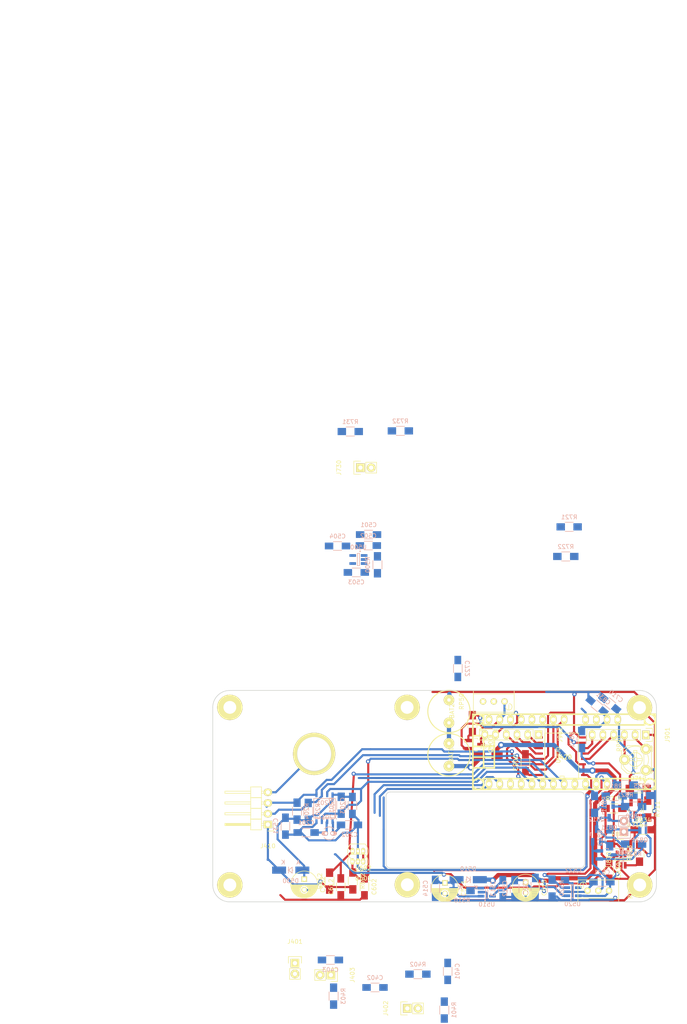
<source format=kicad_pcb>
(kicad_pcb (version 4) (host pcbnew 4.0.2-stable)
  (layers (0 F.Cu signal) (31 B.Cu signal) (34 B.Paste user hide) (35 F.Paste user hide) (36 B.SilkS user) (37 F.SilkS user) (38 B.Mask user hide) (39 F.Mask user hide) (44 Edge.Cuts user))
  (net 0 "")
  (net 1 "Net-(BAT1-Pad1)")
  (net 2 "Net-(BAT1-Pad2)")
  (net 3 GND)
  (net 4 "Net-(C201-Pad1)")
  (net 5 "Net-(C202-Pad1)")
  (net 6 V_rtc)
  (net 7 BP1)
  (net 8 BP2)
  (net 9 BP3)
  (net 10 V_sol)
  (net 11 "Net-(C503-Pad1)")
  (net 12 V_bat)
  (net 13 "Net-(C511-Pad1)")
  (net 14 "Net-(C513-Pad1)")
  (net 15 VCC)
  (net 16 "Net-(C522-Pad1)")
  (net 17 VPP)
  (net 18 quadA)
  (net 19 quadB)
  (net 20 V_ref)
  (net 21 M_imot)
  (net 22 SDA)
  (net 23 SCL)
  (net 24 alarm)
  (net 25 C_bkw)
  (net 26 C_frw)
  (net 27 charge_OFF)
  (net 28 M_bat)
  (net 29 M_sol)
  (net 30 mot_A)
  (net 31 mot_B)
  (net 32 "Net-(J901-Pad3)")
  (net 33 "Net-(J901-Pad4)")
  (net 34 "Net-(J901-Pad5)")
  (net 35 "Net-(J901-Pad6)")
  (net 36 "Net-(J902-Pad1)")
  (net 37 "Net-(J902-Pad2)")
  (net 38 "Net-(J902-Pad3)")
  (net 39 "Net-(J902-Pad4)")
  (net 40 "Net-(J902-Pad6)")
  (net 41 "Net-(Q811-Pad1)")
  (net 42 "Net-(Q811-Pad2)")
  (net 43 "Net-(Q812-Pad1)")
  (net 44 "Net-(Q821-Pad1)")
  (net 45 "Net-(Q822-Pad1)")
  (net 46 "Net-(Q900-Pad1)")
  (net 47 "Net-(R510-Pad2)")
  (net 48 VppEn)
  (net 49 "Net-(R831-Pad2)")
  (net 50 "Net-(R832-Pad2)")
  (net 51 "Net-(R833-Pad1)")
  (net 52 "Net-(R902-Pad1)")
  (net 53 "Net-(R711-Pad1)")
  (module Resistors_SMD:R_1206_HandSoldering (layer B.Cu) (at 141.35 61.65 270)
    (fp_text reference R812 (at 0 2.3 270) (layer B.SilkS) (effects (justify mirror)))
    (fp_text value 330)
    (pad 1 smd rect (at -2 0 270) (size 2 1.7) (layers B.Cu B.Paste B.Mask) (net 30 mot_A))
    (pad 2 smd rect (at 2 0 270) (size 2 1.7) (layers B.Cu B.Paste B.Mask) (net 43 "Net-(Q812-Pad1)"))
  )
  (module gdi:HFC1025 (layer F.Cu) (at 103.3 42 90)
    (fp_text reference BAT1 (at 0 0.5 90) (layer F.SilkS))
    (fp_text value BAT)
    (pad 1 thru_hole circle (at -2.7 0 90) (size 2.5 2.5) (drill 0.8) (layers *.Cu *.Mask F.SilkS) (net 1 "Net-(BAT1-Pad1)"))
    (pad 2 thru_hole circle (at 2.7 0 90) (size 2.5 2.5) (drill 0.8) (layers *.Cu *.Mask F.SilkS) (net 2 "Net-(BAT1-Pad2)"))
  )
  (module gdi:HFC1025 (layer F.Cu) (at 103.3 31.75 90)
    (fp_text reference BAT2 (at 0.1 0.7 90) (layer F.SilkS))
    (fp_text value BAT)
    (pad 1 thru_hole circle (at -2.7 0 90) (size 2.5 2.5) (drill 0.8) (layers *.Cu *.Mask F.SilkS) (net 2 "Net-(BAT1-Pad2)"))
    (pad 2 thru_hole circle (at 2.7 0 90) (size 2.5 2.5) (drill 0.8) (layers *.Cu *.Mask F.SilkS) (net 3 GND))
  )
  (module Capacitors_SMD:C_1206_HandSoldering (layer B.Cu) (at 69.5 60.4 180)
    (fp_text reference C201 (at 0 2.3 180) (layer B.SilkS) (effects (justify mirror)))
    (fp_text value 10p)
    (pad 1 smd rect (at -2 0 180) (size 2 1.6) (layers B.Cu B.Paste B.Mask) (net 4 "Net-(C201-Pad1)"))
    (pad 2 smd rect (at 2 0 180) (size 2 1.6) (layers B.Cu B.Paste B.Mask) (net 3 GND))
  )
  (module Capacitors_SMD:C_1206_HandSoldering (layer B.Cu) (at 79.75 58.6)
    (fp_text reference C202 (at 0 2.3) (layer B.SilkS) (effects (justify mirror)))
    (fp_text value 10p)
    (pad 1 smd rect (at -2 0) (size 2 1.6) (layers B.Cu B.Paste B.Mask) (net 5 "Net-(C202-Pad1)"))
    (pad 2 smd rect (at 2 0) (size 2 1.6) (layers B.Cu B.Paste B.Mask) (net 3 GND))
  )
  (module Capacitors_SMD:C_1206_HandSoldering (layer B.Cu) (at 80.45 54 270)
    (fp_text reference C203 (at 0 2.3 270) (layer B.SilkS) (effects (justify mirror)))
    (fp_text value 10n)
    (pad 1 smd rect (at -2 0 270) (size 2 1.6) (layers B.Cu B.Paste B.Mask) (net 6 V_rtc))
    (pad 2 smd rect (at 2 0 270) (size 2 1.6) (layers B.Cu B.Paste B.Mask) (net 3 GND))
  )
  (module Capacitors_SMD:C_1206_HandSoldering (layer B.Cu) (at 103 93.25 90)
    (fp_text reference C401 (at 0 2.3 90) (layer B.SilkS) (effects (justify mirror)))
    (fp_text value 10n)
    (pad 1 smd rect (at -2 0 90) (size 2 1.6) (layers B.Cu B.Paste B.Mask) (net 7 BP1))
    (pad 2 smd rect (at 2 0 90) (size 2 1.6) (layers B.Cu B.Paste B.Mask) (net 3 GND))
  )
  (module Capacitors_SMD:C_1206_HandSoldering (layer B.Cu) (at 85.8 97.05 180)
    (fp_text reference C402 (at 0 2.3 180) (layer B.SilkS) (effects (justify mirror)))
    (fp_text value 10n)
    (pad 1 smd rect (at -2 0 180) (size 2 1.6) (layers B.Cu B.Paste B.Mask) (net 8 BP2))
    (pad 2 smd rect (at 2 0 180) (size 2 1.6) (layers B.Cu B.Paste B.Mask) (net 3 GND))
  )
  (module Capacitors_SMD:C_1206_HandSoldering (layer B.Cu) (at 75.25 90.55)
    (fp_text reference C403 (at 0 2.3) (layer B.SilkS) (effects (justify mirror)))
    (fp_text value 10n)
    (pad 1 smd rect (at -2 0) (size 2 1.6) (layers B.Cu B.Paste B.Mask) (net 9 BP3))
    (pad 2 smd rect (at 2 0) (size 2 1.6) (layers B.Cu B.Paste B.Mask) (net 3 GND))
  )
  (module Capacitors_SMD:C_1206_HandSoldering (layer B.Cu) (at 84.275 -10.075 180)
    (fp_text reference C501 (at 0 2.3 180) (layer B.SilkS) (effects (justify mirror)))
    (fp_text value 10uF)
    (pad 1 smd rect (at -2 0 180) (size 2 1.6) (layers B.Cu B.Paste B.Mask) (net 10 V_sol))
    (pad 2 smd rect (at 2 0 180) (size 2 1.6) (layers B.Cu B.Paste B.Mask) (net 3 GND))
  )
  (module Capacitors_SMD:C_1206_HandSoldering (layer B.Cu) (at 84.225 -7.475 180)
    (fp_text reference C502 (at 0 2.3 180) (layer B.SilkS) (effects (justify mirror)))
    (fp_text value 10n)
    (pad 1 smd rect (at -2 0 180) (size 2 1.6) (layers B.Cu B.Paste B.Mask) (net 10 V_sol))
    (pad 2 smd rect (at 2 0 180) (size 2 1.6) (layers B.Cu B.Paste B.Mask) (net 3 GND))
  )
  (module Capacitors_SMD:C_1206_HandSoldering (layer B.Cu) (at 81.375 -1.125)
    (fp_text reference C503 (at 0 2.3) (layer B.SilkS) (effects (justify mirror)))
    (fp_text value 10n)
    (pad 1 smd rect (at -2 0) (size 2 1.6) (layers B.Cu B.Paste B.Mask) (net 11 "Net-(C503-Pad1)"))
    (pad 2 smd rect (at 2 0) (size 2 1.6) (layers B.Cu B.Paste B.Mask) (net 3 GND))
  )
  (module Capacitors_SMD:C_1206_HandSoldering (layer B.Cu) (at 76.925 -7.375 180)
    (fp_text reference C504 (at 0 2.3 180) (layer B.SilkS) (effects (justify mirror)))
    (fp_text value 10uF)
    (pad 1 smd rect (at -2 0 180) (size 2 1.6) (layers B.Cu B.Paste B.Mask) (net 12 V_bat))
    (pad 2 smd rect (at 2 0 180) (size 2 1.6) (layers B.Cu B.Paste B.Mask) (net 3 GND))
  )
  (module Capacitors_SMD:C_1206_HandSoldering (layer B.Cu) (at 118.85 73.65 270)
    (fp_text reference C512 (at 0 2.3 270) (layer B.SilkS) (effects (justify mirror)))
    (fp_text value 10uF)
    (pad 1 smd rect (at -2 0 270) (size 2 1.6) (layers B.Cu B.Paste B.Mask) (net 15 VCC))
    (pad 2 smd rect (at 2 0 270) (size 2 1.6) (layers B.Cu B.Paste B.Mask) (net 3 GND))
  )
  (module Capacitors_SMD:C_1206_HandSoldering (layer B.Cu) (at 116.05 73.65 270)
    (fp_text reference C513 (at 0 2.3 270) (layer B.SilkS) (effects (justify mirror)))
    (fp_text value 10n)
    (pad 1 smd rect (at -2 0 270) (size 2 1.6) (layers B.Cu B.Paste B.Mask) (net 14 "Net-(C513-Pad1)"))
    (pad 2 smd rect (at 2 0 270) (size 2 1.6) (layers B.Cu B.Paste B.Mask) (net 3 GND))
  )
  (module Capacitors_SMD:C_1206_HandSoldering (layer B.Cu) (at 100.05 73.6 270)
    (fp_text reference C514 (at 0 2.3 270) (layer B.SilkS) (effects (justify mirror)))
    (fp_text value 10uF)
    (pad 1 smd rect (at -2 0 270) (size 2 1.6) (layers B.Cu B.Paste B.Mask) (net 13 "Net-(C511-Pad1)"))
    (pad 2 smd rect (at 2 0 270) (size 2 1.6) (layers B.Cu B.Paste B.Mask) (net 3 GND))
  )
  (module Capacitors_SMD:C_1206_HandSoldering (layer B.Cu) (at 139.5 72.1 180)
    (fp_text reference C521 (at 0 2.3 180) (layer B.SilkS) (effects (justify mirror)))
    (fp_text value 10uF)
    (pad 1 smd rect (at -2 0 180) (size 2 1.6) (layers B.Cu B.Paste B.Mask) (net 17 VPP))
    (pad 2 smd rect (at 2 0 180) (size 2 1.6) (layers B.Cu B.Paste B.Mask) (net 3 GND))
  )
  (module Capacitors_SMD:C_1206_HandSoldering (layer B.Cu) (at 132.75 71.65 180)
    (fp_text reference C522 (at 0 2.3 180) (layer B.SilkS) (effects (justify mirror)))
    (fp_text value 10n)
    (pad 1 smd rect (at -2 0 180) (size 2 1.6) (layers B.Cu B.Paste B.Mask) (net 16 "Net-(C522-Pad1)"))
    (pad 2 smd rect (at 2 0 180) (size 2 1.6) (layers B.Cu B.Paste B.Mask) (net 3 GND))
  )
  (module Capacitors_SMD:C_1206_HandSoldering (layer B.Cu) (at 123.75 73.15 270)
    (fp_text reference C523 (at 0 2.3 270) (layer B.SilkS) (effects (justify mirror)))
    (fp_text value 10uF)
    (pad 1 smd rect (at -2 0 270) (size 2 1.6) (layers B.Cu B.Paste B.Mask) (net 12 V_bat))
    (pad 2 smd rect (at 2 0 270) (size 2 1.6) (layers B.Cu B.Paste B.Mask) (net 3 GND))
  )
  (module Capacitors_SMD:C_1206_HandSoldering (layer B.Cu) (at 64.6 58.9 270)
    (fp_text reference C531 (at 0 2.3 270) (layer B.SilkS) (effects (justify mirror)))
    (fp_text value 10uF)
    (pad 1 smd rect (at -2 0 270) (size 2 1.6) (layers B.Cu B.Paste B.Mask) (net 6 V_rtc))
    (pad 2 smd rect (at 2 0 270) (size 2 1.6) (layers B.Cu B.Paste B.Mask) (net 3 GND))
  )
  (module Capacitors_SMD:C_1206_HandSoldering (layer F.Cu) (at 83.3 73.25 270)
    (fp_text reference C602 (at 0 -2.3 270) (layer F.SilkS))
    (fp_text value 100nF)
    (pad 1 smd rect (at -2 0 270) (size 2 1.6) (layers F.Cu F.Paste F.Mask) (net 18 quadA))
    (pad 2 smd rect (at 2 0 270) (size 2 1.6) (layers F.Cu F.Paste F.Mask) (net 3 GND))
  )
  (module Capacitors_SMD:C_1206_HandSoldering (layer F.Cu) (at 77.7 73.25 90)
    (fp_text reference C612 (at 0 -2.3 90) (layer F.SilkS))
    (fp_text value 100nF)
    (pad 1 smd rect (at -2 0 90) (size 2 1.6) (layers F.Cu F.Paste F.Mask) (net 3 GND))
    (pad 2 smd rect (at 2 0 90) (size 2 1.6) (layers F.Cu F.Paste F.Mask) (net 19 quadB))
  )
  (module Capacitors_SMD:C_1206_HandSoldering (layer B.Cu) (at 141.35 29.9 140)
    (fp_text reference C710 (at 0 2.3 140) (layer B.SilkS) (effects (justify mirror)))
    (fp_text value 10n)
    (pad 1 smd rect (at -2 0 140) (size 2 1.6) (layers B.Cu B.Paste B.Mask) (net 20 V_ref))
    (pad 2 smd rect (at 2 0 140) (size 2 1.6) (layers B.Cu B.Paste B.Mask) (net 3 GND))
  )
  (module Capacitors_SMD:C_1206_HandSoldering (layer B.Cu) (at 105.4 21.6 90)
    (fp_text reference C722 (at 0 2.3 90) (layer B.SilkS) (effects (justify mirror)))
    (fp_text value 10uF)
    (pad 1 smd rect (at -2 0 90) (size 2 1.6) (layers B.Cu B.Paste B.Mask) (net 12 V_bat))
    (pad 2 smd rect (at 2 0 90) (size 2 1.6) (layers B.Cu B.Paste B.Mask) (net 3 GND))
  )
  (module Capacitors_SMD:C_1206_HandSoldering (layer F.Cu) (at 141.2 69.35 270)
    (fp_text reference C830 (at 0 -2.3 270) (layer F.SilkS))
    (fp_text value 100n)
    (pad 1 smd rect (at -2 0 270) (size 2 1.6) (layers F.Cu F.Paste F.Mask) (net 17 VPP))
    (pad 2 smd rect (at 2 0 270) (size 2 1.6) (layers F.Cu F.Paste F.Mask) (net 3 GND))
  )
  (module Capacitors_SMD:C_1206_HandSoldering (layer B.Cu) (at 138.35 30.45 140)
    (fp_text reference C831 (at 0 2.3 140) (layer B.SilkS) (effects (justify mirror)))
    (fp_text value 100n)
    (pad 1 smd rect (at -2 0 140) (size 2 1.6) (layers B.Cu B.Paste B.Mask) (net 21 M_imot))
    (pad 2 smd rect (at 2 0 140) (size 2 1.6) (layers B.Cu B.Paste B.Mask) (net 3 GND))
  )
  (module Capacitors_SMD:C_1206_HandSoldering (layer F.Cu) (at 121.4 43.9 90)
    (fp_text reference C900 (at 0 -2.3 90) (layer F.SilkS))
    (fp_text value 100nF)
    (pad 1 smd rect (at -2 0 90) (size 2 1.6) (layers F.Cu F.Paste F.Mask) (net 15 VCC))
    (pad 2 smd rect (at 2 0 90) (size 2 1.6) (layers F.Cu F.Paste F.Mask) (net 3 GND))
  )
  (module Diodes_SMD:MiniMELF_Handsoldering (layer B.Cu) (at 107.85 71.55 180)
    (fp_text reference D510 (at 0 2.54 180) (layer B.SilkS) (effects (justify mirror)))
    (fp_text value SCHOTTKY)
    (fp_text user K (at -1.8 -1.85 180) (layer B.SilkS) (effects (justify mirror)))
    (fp_text user A (at 1.8 -1.85 180) (layer B.SilkS) (effects (justify mirror)))
    (pad 1 smd rect (at -2.75082 0 180) (size 3.29946 1.69926) (layers B.Cu B.Paste B.Mask) (net 12 V_bat))
    (pad 2 smd rect (at 2.75082 0 180) (size 3.29946 1.69926) (layers B.Cu B.Paste B.Mask) (net 13 "Net-(C511-Pad1)"))
  )
  (module Diodes_SMD:MiniMELF_Handsoldering (layer B.Cu) (at 65.85 69.3)
    (fp_text reference D530 (at 0 2.54) (layer B.SilkS) (effects (justify mirror)))
    (fp_text value SCHOTTKY)
    (fp_text user K (at -1.8 -1.85) (layer B.SilkS) (effects (justify mirror)))
    (fp_text user A (at 1.8 -1.85) (layer B.SilkS) (effects (justify mirror)))
    (pad 1 smd rect (at -2.75082 0) (size 3.29946 1.69926) (layers B.Cu B.Paste B.Mask) (net 15 VCC))
    (pad 2 smd rect (at 2.75082 0) (size 3.29946 1.69926) (layers B.Cu B.Paste B.Mask) (net 6 V_rtc))
  )
  (module Fuse_Holders_and_Fuses:Fuse_SMD1206_HandSoldering (layer F.Cu) (at 112.6 42.35)
    (fp_text reference F721 (at -0.0508 -2.19964) (layer F.SilkS))
    (fp_text value 5A)
    (pad 1 smd rect (at -2.08534 0 90) (size 2.02946 2.65176) (layers F.Cu F.Paste F.Mask) (net 1 "Net-(BAT1-Pad1)"))
    (pad 2 smd rect (at 2.08534 0 90) (size 2.02946 2.65176) (layers F.Cu F.Paste F.Mask) (net 12 V_bat))
  )
  (module gdi:MF85 (layer F.Cu) (at 71.4 41.8)
    (fp_text reference H7 (at 0 0.5) (layer F.SilkS))
    (fp_text value hole)
    (pad 1 thru_hole circle (at 0 0) (size 10 10) (drill 8) (layers *.Cu *.Mask F.SilkS) (net 3 GND))
  )
  (module Pin_Headers:Pin_Header_Straight_1x02 (layer F.Cu) (at 66.85 91.3)
    (fp_text reference J401 (at 0 -5.1) (layer F.SilkS))
    (fp_text value HEADER_2)
    (pad 1 thru_hole rect (at 0 0) (size 2.032 2.032) (drill 1.016) (layers *.Cu *.Mask F.SilkS) (net 7 BP1))
    (pad 2 thru_hole oval (at 0 2.54) (size 2.032 2.032) (drill 1.016) (layers *.Cu *.Mask F.SilkS) (net 3 GND))
  )
  (module Pin_Headers:Pin_Header_Straight_1x02 (layer F.Cu) (at 93.45 102 90)
    (fp_text reference J402 (at 0 -5.1 90) (layer F.SilkS))
    (fp_text value HEADER_2)
    (pad 1 thru_hole rect (at 0 0 90) (size 2.032 2.032) (drill 1.016) (layers *.Cu *.Mask F.SilkS) (net 8 BP2))
    (pad 2 thru_hole oval (at 0 2.54 90) (size 2.032 2.032) (drill 1.016) (layers *.Cu *.Mask F.SilkS) (net 3 GND))
  )
  (module Pin_Headers:Pin_Header_Straight_1x02 (layer F.Cu) (at 75.35 94.1 270)
    (fp_text reference J403 (at 0 -5.1 270) (layer F.SilkS))
    (fp_text value HEADER_2)
    (pad 1 thru_hole rect (at 0 0 270) (size 2.032 2.032) (drill 1.016) (layers *.Cu *.Mask F.SilkS) (net 9 BP3))
    (pad 2 thru_hole oval (at 0 2.54 270) (size 2.032 2.032) (drill 1.016) (layers *.Cu *.Mask F.SilkS) (net 3 GND))
  )
  (module Pin_Headers:Pin_Header_Straight_1x02 (layer F.Cu) (at 82.35 -25.9 90)
    (fp_text reference J730 (at 0 -5.1 90) (layer F.SilkS))
    (fp_text value HEADER_2)
    (pad 1 thru_hole rect (at 0 0 90) (size 2.032 2.032) (drill 1.016) (layers *.Cu *.Mask F.SilkS) (net 10 V_sol))
    (pad 2 thru_hole oval (at 0 2.54 90) (size 2.032 2.032) (drill 1.016) (layers *.Cu *.Mask F.SilkS) (net 3 GND))
  )
  (module Pin_Headers:Pin_Header_Straight_1x02 (layer B.Cu) (at 144.7 60.2)
    (fp_text reference J800 (at 0 5.1) (layer B.SilkS) (effects (justify mirror)))
    (fp_text value HEADER_2)
    (pad 1 thru_hole rect (at 0 0) (size 2.032 2.032) (drill 1.016) (layers *.Cu *.Mask B.SilkS) (net 30 mot_A))
    (pad 2 thru_hole oval (at 0 -2.54) (size 2.032 2.032) (drill 1.016) (layers *.Cu *.Mask B.SilkS) (net 31 mot_B))
  )
  (module Pin_Headers:Pin_Header_Straight_1x06 (layer F.Cu) (at 149.9 37.3 270)
    (fp_text reference J901 (at 0 -5.1 270) (layer F.SilkS))
    (fp_text value HEADER_6)
    (pad 1 thru_hole rect (at 0 0 270) (size 2.032 1.7272) (drill 1.016) (layers *.Cu *.Mask F.SilkS) (net 3 GND))
    (pad 2 thru_hole oval (at 0 2.54) (size 1.524 2.19964) (drill 1.00076) (layers *.Cu *.Mask F.SilkS) (net 15 VCC))
    (pad 3 thru_hole oval (at 0 5.08) (size 1.524 2.19964) (drill 1.00076) (layers *.Cu *.Mask F.SilkS) (net 32 "Net-(J901-Pad3)"))
    (pad 4 thru_hole oval (at 0 7.62) (size 1.524 2.19964) (drill 1.00076) (layers *.Cu *.Mask F.SilkS) (net 33 "Net-(J901-Pad4)"))
    (pad 5 thru_hole oval (at 0 10.16) (size 1.524 2.19964) (drill 1.00076) (layers *.Cu *.Mask F.SilkS) (net 34 "Net-(J901-Pad5)"))
    (pad 6 thru_hole oval (at 0 12.7) (size 1.524 2.19964) (drill 1.00076) (layers *.Cu *.Mask F.SilkS) (net 35 "Net-(J901-Pad6)"))
  )
  (module Pin_Headers:Pin_Header_Straight_1x06 (layer F.Cu) (at 124.5 37.25 270)
    (fp_text reference J902 (at 0 -5.1 270) (layer F.SilkS))
    (fp_text value HEADER_6)
    (pad 1 thru_hole rect (at 0 0 270) (size 2.032 1.7272) (drill 1.016) (layers *.Cu *.Mask F.SilkS) (net 36 "Net-(J902-Pad1)"))
    (pad 2 thru_hole oval (at 0 2.54) (size 1.524 2.19964) (drill 1.00076) (layers *.Cu *.Mask F.SilkS) (net 37 "Net-(J902-Pad2)"))
    (pad 3 thru_hole oval (at 0 5.08) (size 1.524 2.19964) (drill 1.00076) (layers *.Cu *.Mask F.SilkS) (net 38 "Net-(J902-Pad3)"))
    (pad 4 thru_hole oval (at 0 7.62) (size 1.524 2.19964) (drill 1.00076) (layers *.Cu *.Mask F.SilkS) (net 39 "Net-(J902-Pad4)"))
    (pad 5 thru_hole oval (at 0 10.16) (size 1.524 2.19964) (drill 1.00076) (layers *.Cu *.Mask F.SilkS) (net 15 VCC))
    (pad 6 thru_hole oval (at 0 12.7) (size 1.524 2.19964) (drill 1.00076) (layers *.Cu *.Mask F.SilkS) (net 40 "Net-(J902-Pad6)"))
  )
  (module TO_SOT_Packages_SMD:SOT-23_Handsoldering (layer B.Cu) (at 141.2 55.4)
    (fp_text reference Q811 (at 0 3.81) (layer B.SilkS) (effects (justify mirror)))
    (fp_text value PBSS4320)
    (pad 1 smd rect (at -0.95 -1.50114) (size 0.8001 1.80086) (layers B.Cu B.Paste B.Mask) (net 41 "Net-(Q811-Pad1)"))
    (pad 2 smd rect (at 0.95 -1.50114) (size 0.8001 1.80086) (layers B.Cu B.Paste B.Mask) (net 42 "Net-(Q811-Pad2)"))
    (pad 3 smd rect (at 0 1.50114) (size 0.8001 1.80086) (layers B.Cu B.Paste B.Mask) (net 31 mot_B))
  )
  (module TO_SOT_Packages_SMD:SOT-23_Handsoldering (layer B.Cu) (at 138.25 61.1 180)
    (fp_text reference Q812 (at 0 3.81 180) (layer B.SilkS) (effects (justify mirror)))
    (fp_text value PBSS5350)
    (pad 1 smd rect (at -0.95 -1.50114 180) (size 0.8001 1.80086) (layers B.Cu B.Paste B.Mask) (net 43 "Net-(Q812-Pad1)"))
    (pad 2 smd rect (at 0.95 -1.50114 180) (size 0.8001 1.80086) (layers B.Cu B.Paste B.Mask) (net 17 VPP))
    (pad 3 smd rect (at 0 1.50114 180) (size 0.8001 1.80086) (layers B.Cu B.Paste B.Mask) (net 31 mot_B))
  )
  (module TO_SOT_Packages_SMD:SOT-23_Handsoldering (layer B.Cu) (at 148.45 58.35)
    (fp_text reference Q821 (at 0 3.81) (layer B.SilkS) (effects (justify mirror)))
    (fp_text value PBSS4320)
    (pad 1 smd rect (at -0.95 -1.50114) (size 0.8001 1.80086) (layers B.Cu B.Paste B.Mask) (net 44 "Net-(Q821-Pad1)"))
    (pad 2 smd rect (at 0.95 -1.50114) (size 0.8001 1.80086) (layers B.Cu B.Paste B.Mask) (net 42 "Net-(Q811-Pad2)"))
    (pad 3 smd rect (at 0 1.50114) (size 0.8001 1.80086) (layers B.Cu B.Paste B.Mask) (net 30 mot_A))
  )
  (module TO_SOT_Packages_SMD:SOT-23_Handsoldering (layer B.Cu) (at 140.4 65.7 90)
    (fp_text reference Q822 (at 0 3.81 90) (layer B.SilkS) (effects (justify mirror)))
    (fp_text value PBSS5350)
    (pad 1 smd rect (at -0.95 -1.50114 90) (size 0.8001 1.80086) (layers B.Cu B.Paste B.Mask) (net 45 "Net-(Q822-Pad1)"))
    (pad 2 smd rect (at 0.95 -1.50114 90) (size 0.8001 1.80086) (layers B.Cu B.Paste B.Mask) (net 17 VPP))
    (pad 3 smd rect (at 0 1.50114 90) (size 0.8001 1.80086) (layers B.Cu B.Paste B.Mask) (net 30 mot_A))
  )
  (module TO_SOT_Packages_SMD:SOT-23_Handsoldering (layer F.Cu) (at 109.4 39.6 270)
    (fp_text reference Q900 (at 0 -3.81 270) (layer F.SilkS))
    (fp_text value PBSS4320)
    (pad 1 smd rect (at -0.95 1.50114 270) (size 0.8001 1.80086) (layers F.Cu F.Paste F.Mask) (net 46 "Net-(Q900-Pad1)"))
    (pad 2 smd rect (at 0.95 1.50114 270) (size 0.8001 1.80086) (layers F.Cu F.Paste F.Mask) (net 3 GND))
    (pad 3 smd rect (at 0 -1.50114 270) (size 0.8001 1.80086) (layers F.Cu F.Paste F.Mask) (net 40 "Net-(J902-Pad6)"))
  )
  (module Resistors_SMD:R_1206_HandSoldering (layer B.Cu) (at 77.8 53.95 270)
    (fp_text reference R201 (at 0 2.3 270) (layer B.SilkS) (effects (justify mirror)))
    (fp_text value 10k)
    (pad 1 smd rect (at -2 0 270) (size 2 1.7) (layers B.Cu B.Paste B.Mask) (net 6 V_rtc))
    (pad 2 smd rect (at 2 0 270) (size 2 1.7) (layers B.Cu B.Paste B.Mask) (net 24 alarm))
  )
  (module Resistors_SMD:R_1206_HandSoldering (layer B.Cu) (at 102.2 102.4 90)
    (fp_text reference R401 (at 0 2.3 90) (layer B.SilkS) (effects (justify mirror)))
    (fp_text value 10k)
    (pad 1 smd rect (at -2 0 90) (size 2 1.7) (layers B.Cu B.Paste B.Mask) (net 15 VCC))
    (pad 2 smd rect (at 2 0 90) (size 2 1.7) (layers B.Cu B.Paste B.Mask) (net 7 BP1))
  )
  (module Resistors_SMD:R_1206_HandSoldering (layer B.Cu) (at 95.95 93.9 180)
    (fp_text reference R402 (at 0 2.3 180) (layer B.SilkS) (effects (justify mirror)))
    (fp_text value 10k)
    (pad 1 smd rect (at -2 0 180) (size 2 1.7) (layers B.Cu B.Paste B.Mask) (net 15 VCC))
    (pad 2 smd rect (at 2 0 180) (size 2 1.7) (layers B.Cu B.Paste B.Mask) (net 8 BP2))
  )
  (module Resistors_SMD:R_1206_HandSoldering (layer B.Cu) (at 76 99.1 90)
    (fp_text reference R403 (at 0 2.3 90) (layer B.SilkS) (effects (justify mirror)))
    (fp_text value 10k)
    (pad 1 smd rect (at -2 0 90) (size 2 1.7) (layers B.Cu B.Paste B.Mask) (net 15 VCC))
    (pad 2 smd rect (at 2 0 90) (size 2 1.7) (layers B.Cu B.Paste B.Mask) (net 9 BP3))
  )
  (module Resistors_SMD:R_1206_HandSoldering (layer B.Cu) (at 86.375 -2.925 270)
    (fp_text reference R500 (at 0 2.3 270) (layer B.SilkS) (effects (justify mirror)))
    (fp_text value 10k)
    (pad 1 smd rect (at -2 0 270) (size 2 1.7) (layers B.Cu B.Paste B.Mask) (net 10 V_sol))
    (pad 2 smd rect (at 2 0 270) (size 2 1.7) (layers B.Cu B.Paste B.Mask) (net 27 charge_OFF))
  )
  (module Resistors_SMD:R_1206_HandSoldering (layer B.Cu) (at 106.4 74.15)
    (fp_text reference R510 (at 0 2.3) (layer B.SilkS) (effects (justify mirror)))
    (fp_text value 10k)
    (pad 1 smd rect (at -2 0) (size 2 1.7) (layers B.Cu B.Paste B.Mask) (net 13 "Net-(C511-Pad1)"))
    (pad 2 smd rect (at 2 0) (size 2 1.7) (layers B.Cu B.Paste B.Mask) (net 47 "Net-(R510-Pad2)"))
  )
  (module Resistors_SMD:R_1206_HandSoldering (layer B.Cu) (at 127.7 73.55 90)
    (fp_text reference R520 (at 0 2.3 90) (layer B.SilkS) (effects (justify mirror)))
    (fp_text value 10k)
    (pad 1 smd rect (at -2 0 90) (size 2 1.7) (layers B.Cu B.Paste B.Mask) (net 3 GND))
    (pad 2 smd rect (at 2 0 90) (size 2 1.7) (layers B.Cu B.Paste B.Mask) (net 48 VppEn))
  )
  (module Resistors_SMD:R_1206_HandSoldering (layer F.Cu) (at 80.55 71.85 270)
    (fp_text reference R602 (at 0 -2.3 270) (layer F.SilkS))
    (fp_text value 4k7)
    (pad 1 smd rect (at -2 0 270) (size 2 1.7) (layers F.Cu F.Paste F.Mask) (net 18 quadA))
    (pad 2 smd rect (at 2 0 270) (size 2 1.7) (layers F.Cu F.Paste F.Mask) (net 15 VCC))
  )
  (module Resistors_SMD:R_1206_HandSoldering (layer F.Cu) (at 75.05 71.9 90)
    (fp_text reference R612 (at 0 -2.3 90) (layer F.SilkS))
    (fp_text value 4k7)
    (pad 1 smd rect (at -2 0 90) (size 2 1.7) (layers F.Cu F.Paste F.Mask) (net 15 VCC))
    (pad 2 smd rect (at 2 0 90) (size 2 1.7) (layers F.Cu F.Paste F.Mask) (net 19 quadB))
  )
  (module Resistors_SMD:R_1206_HandSoldering (layer F.Cu) (at 142.35 54.7)
    (fp_text reference R714 (at 0 -2.3) (layer F.SilkS))
    (fp_text value 10k)
    (pad 1 smd rect (at -2 0) (size 2 1.7) (layers F.Cu F.Paste F.Mask) (net 17 VPP))
    (pad 2 smd rect (at 2 0) (size 2 1.7) (layers F.Cu F.Paste F.Mask) (net 20 V_ref))
  )
  (module Resistors_SMD:R_1206_HandSoldering (layer B.Cu) (at 131.75 -11.9 180)
    (fp_text reference R721 (at 0 2.3 180) (layer B.SilkS) (effects (justify mirror)))
    (fp_text value 10k)
    (pad 1 smd rect (at -2 0 180) (size 2 1.7) (layers B.Cu B.Paste B.Mask) (net 3 GND))
    (pad 2 smd rect (at 2 0 180) (size 2 1.7) (layers B.Cu B.Paste B.Mask) (net 28 M_bat))
  )
  (module Resistors_SMD:R_1206_HandSoldering (layer B.Cu) (at 130.95 -4.9 180)
    (fp_text reference R722 (at 0 2.3 180) (layer B.SilkS) (effects (justify mirror)))
    (fp_text value 10k)
    (pad 1 smd rect (at -2 0 180) (size 2 1.7) (layers B.Cu B.Paste B.Mask) (net 12 V_bat))
    (pad 2 smd rect (at 2 0 180) (size 2 1.7) (layers B.Cu B.Paste B.Mask) (net 28 M_bat))
  )
  (module Resistors_SMD:R_1206_HandSoldering (layer B.Cu) (at 79.95 -34.45 180)
    (fp_text reference R731 (at 0 2.3 180) (layer B.SilkS) (effects (justify mirror)))
    (fp_text value 10k)
    (pad 1 smd rect (at -2 0 180) (size 2 1.7) (layers B.Cu B.Paste B.Mask) (net 29 M_sol))
    (pad 2 smd rect (at 2 0 180) (size 2 1.7) (layers B.Cu B.Paste B.Mask) (net 10 V_sol))
  )
  (module Resistors_SMD:R_1206_HandSoldering (layer B.Cu) (at 91.8 -34.6 180)
    (fp_text reference R732 (at 0 2.3 180) (layer B.SilkS) (effects (justify mirror)))
    (fp_text value 10k)
    (pad 1 smd rect (at -2 0 180) (size 2 1.7) (layers B.Cu B.Paste B.Mask) (net 29 M_sol))
    (pad 2 smd rect (at 2 0 180) (size 2 1.7) (layers B.Cu B.Paste B.Mask) (net 3 GND))
  )
  (module Resistors_SMD:R_1206_HandSoldering (layer B.Cu) (at 142.4 51.75 180)
    (fp_text reference R810 (at 0 2.3 180) (layer B.SilkS) (effects (justify mirror)))
    (fp_text value 3k3)
    (pad 1 smd rect (at -2 0 180) (size 2 1.7) (layers B.Cu B.Paste B.Mask) (net 42 "Net-(Q811-Pad2)"))
    (pad 2 smd rect (at 2 0 180) (size 2 1.7) (layers B.Cu B.Paste B.Mask) (net 41 "Net-(Q811-Pad1)"))
  )
  (module Resistors_SMD:R_1206_HandSoldering (layer B.Cu) (at 137.75 53.75 90)
    (fp_text reference R811 (at 0 2.3 90) (layer B.SilkS) (effects (justify mirror)))
    (fp_text value 330)
    (pad 1 smd rect (at -2 0 90) (size 2 1.7) (layers B.Cu B.Paste B.Mask) (net 41 "Net-(Q811-Pad1)"))
    (pad 2 smd rect (at 2 0 90) (size 2 1.7) (layers B.Cu B.Paste B.Mask) (net 26 C_frw))
  )
  (module Resistors_SMD:R_1206_HandSoldering (layer B.Cu) (at 147 54.25)
    (fp_text reference R820 (at 0 2.3) (layer B.SilkS) (effects (justify mirror)))
    (fp_text value 3k3)
    (pad 1 smd rect (at -2 0) (size 2 1.7) (layers B.Cu B.Paste B.Mask) (net 42 "Net-(Q811-Pad2)"))
    (pad 2 smd rect (at 2 0) (size 2 1.7) (layers B.Cu B.Paste B.Mask) (net 44 "Net-(Q821-Pad1)"))
  )
  (module Resistors_SMD:R_1206_HandSoldering (layer B.Cu) (at 145 49.15)
    (fp_text reference R821 (at 0 2.3) (layer B.SilkS) (effects (justify mirror)))
    (fp_text value 330)
    (pad 1 smd rect (at -2 0) (size 2 1.7) (layers B.Cu B.Paste B.Mask) (net 25 C_bkw))
    (pad 2 smd rect (at 2 0) (size 2 1.7) (layers B.Cu B.Paste B.Mask) (net 44 "Net-(Q821-Pad1)"))
  )
  (module Resistors_SMD:R_1206_HandSoldering (layer B.Cu) (at 147 63.15)
    (fp_text reference R822 (at 0 2.3) (layer B.SilkS) (effects (justify mirror)))
    (fp_text value 330)
    (pad 1 smd rect (at -2 0) (size 2 1.7) (layers B.Cu B.Paste B.Mask) (net 31 mot_B))
    (pad 2 smd rect (at 2 0) (size 2 1.7) (layers B.Cu B.Paste B.Mask) (net 45 "Net-(Q822-Pad1)"))
  )
  (module Resistors_SMD:R_1206_HandSoldering (layer B.Cu) (at 134.7 38.4 270)
    (fp_text reference R831 (at 0 2.3 270) (layer B.SilkS) (effects (justify mirror)))
    (fp_text value 1k)
    (pad 1 smd rect (at -2 0 270) (size 2 1.7) (layers B.Cu B.Paste B.Mask) (net 21 M_imot))
    (pad 2 smd rect (at 2 0 270) (size 2 1.7) (layers B.Cu B.Paste B.Mask) (net 49 "Net-(R831-Pad2)"))
  )
  (module Resistors_SMD:R_1206_HandSoldering (layer F.Cu) (at 143.65 63.1)
    (fp_text reference R832 (at 0 -2.3) (layer F.SilkS))
    (fp_text value 10k)
    (pad 1 smd rect (at -2 0) (size 2 1.7) (layers F.Cu F.Paste F.Mask) (net 49 "Net-(R831-Pad2)"))
    (pad 2 smd rect (at 2 0) (size 2 1.7) (layers F.Cu F.Paste F.Mask) (net 50 "Net-(R832-Pad2)"))
  )
  (module Resistors_SMD:R_1206_HandSoldering (layer F.Cu) (at 148.4 65.3 90)
    (fp_text reference R833 (at 0 -2.3 90) (layer F.SilkS))
    (fp_text value 1k)
    (pad 1 smd rect (at -2 0 90) (size 2 1.7) (layers F.Cu F.Paste F.Mask) (net 51 "Net-(R833-Pad1)"))
    (pad 2 smd rect (at 2 0 90) (size 2 1.7) (layers F.Cu F.Paste F.Mask) (net 42 "Net-(Q811-Pad2)"))
  )
  (module Resistors_SMD:R_1206_HandSoldering (layer F.Cu) (at 149.25 59.75)
    (fp_text reference R834 (at 0 -2.3) (layer F.SilkS))
    (fp_text value 1k)
    (pad 1 smd rect (at -2 0) (size 2 1.7) (layers F.Cu F.Paste F.Mask) (net 50 "Net-(R832-Pad2)"))
    (pad 2 smd rect (at 2 0) (size 2 1.7) (layers F.Cu F.Paste F.Mask) (net 3 GND))
  )
  (module Resistors_SMD:R_1206_HandSoldering (layer B.Cu) (at 148.95 51.65 180)
    (fp_text reference R835 (at 0 2.3 180) (layer B.SilkS) (effects (justify mirror)))
    (fp_text value 0R2)
    (pad 1 smd rect (at -2 0 180) (size 2 1.7) (layers B.Cu B.Paste B.Mask) (net 3 GND))
    (pad 2 smd rect (at 2 0 180) (size 2 1.7) (layers B.Cu B.Paste B.Mask) (net 42 "Net-(Q811-Pad2)"))
  )
  (module Resistors_SMD:R_1206_HandSoldering (layer F.Cu) (at 108.85 34.65 270)
    (fp_text reference R902 (at 0 -2.3 270) (layer F.SilkS))
    (fp_text value 4.7k)
    (pad 1 smd rect (at -2 0 270) (size 2 1.7) (layers F.Cu F.Paste F.Mask) (net 52 "Net-(R902-Pad1)"))
    (pad 2 smd rect (at 2 0 270) (size 2 1.7) (layers F.Cu F.Paste F.Mask) (net 46 "Net-(Q900-Pad1)"))
  )
  (module Potentiometers:Potentiometer_Triwood_RM-065 (layer F.Cu) (at 149.9 45.65 90)
    (fp_text reference RP90 (at 6.30936 -6.30936 90) (layer F.SilkS))
    (fp_text value 10k)
    (pad 2 thru_hole circle (at 2.49936 -5.03936 90) (size 2.49936 2.49936) (drill 1.19888) (layers *.Cu *.Mask F.SilkS) (net 32 "Net-(J901-Pad3)"))
    (pad 3 thru_hole circle (at 4.99872 0 90) (size 2.49936 2.49936) (drill 1.19888) (layers *.Cu *.Mask F.SilkS) (net 15 VCC))
    (pad 1 thru_hole circle (at 0 0 90) (size 2.49936 2.49936) (drill 1.19888) (layers *.Cu *.Mask F.SilkS) (net 3 GND))
  )
  (module SMD_Packages:SOIC-8-N (layer B.Cu) (at 73.85 54.65 180)
    (fp_text reference U201 (at 0 1.27 180) (layer B.SilkS) (effects (justify mirror)))
    (fp_text value MCP7940)
    (pad 8 smd rect (at -1.905 3.175 180) (size 0.508 1.143) (layers B.Cu B.Paste B.Mask) (net 6 V_rtc))
    (pad 7 smd rect (at -0.635 3.175 180) (size 0.508 1.143) (layers B.Cu B.Paste B.Mask) (net 24 alarm))
    (pad 6 smd rect (at 0.635 3.175 180) (size 0.508 1.143) (layers B.Cu B.Paste B.Mask) (net 23 SCL))
    (pad 5 smd rect (at 1.905 3.175 180) (size 0.508 1.143) (layers B.Cu B.Paste B.Mask) (net 22 SDA))
    (pad 4 smd rect (at 1.905 -3.175 180) (size 0.508 1.143) (layers B.Cu B.Paste B.Mask) (net 3 GND))
    (pad 3 smd rect (at 0.635 -3.175 180) (size 0.508 1.143) (layers B.Cu B.Paste B.Mask) (net 24 alarm))
    (pad 2 smd rect (at -0.635 -3.175 180) (size 0.508 1.143) (layers B.Cu B.Paste B.Mask) (net 4 "Net-(C201-Pad1)"))
    (pad 1 smd rect (at -1.905 -3.175 180) (size 0.508 1.143) (layers B.Cu B.Paste B.Mask) (net 5 "Net-(C202-Pad1)"))
  )
  (module gdi:SOT-23-5_Handsoldering (layer B.Cu) (at 81.875 -4.175 180)
    (fp_text reference U500 (at 0 2.9 180) (layer B.SilkS) (effects (justify mirror)))
    (fp_text value MIC5205)
    (pad 1 smd rect (at -1.35 0.95 180) (size 1.56 0.65) (layers B.Cu B.Paste B.Mask) (net 10 V_sol))
    (pad 2 smd rect (at -1.35 0 180) (size 1.56 0.65) (layers B.Cu B.Paste B.Mask) (net 3 GND))
    (pad 3 smd rect (at -1.35 -0.95 180) (size 1.56 0.65) (layers B.Cu B.Paste B.Mask) (net 27 charge_OFF))
    (pad 4 smd rect (at 1.35 -0.95 180) (size 1.56 0.65) (layers B.Cu B.Paste B.Mask) (net 11 "Net-(C503-Pad1)"))
    (pad 5 smd rect (at 1.35 0.95 180) (size 1.56 0.65) (layers B.Cu B.Paste B.Mask) (net 12 V_bat))
  )
  (module gdi:SOT-23-5_Handsoldering (layer B.Cu) (at 112.25 74.5)
    (fp_text reference U510 (at 0 2.9) (layer B.SilkS) (effects (justify mirror)))
    (fp_text value MIC5205)
    (pad 1 smd rect (at -1.35 0.95) (size 1.56 0.65) (layers B.Cu B.Paste B.Mask) (net 13 "Net-(C511-Pad1)"))
    (pad 2 smd rect (at -1.35 0) (size 1.56 0.65) (layers B.Cu B.Paste B.Mask) (net 3 GND))
    (pad 3 smd rect (at -1.35 -0.95) (size 1.56 0.65) (layers B.Cu B.Paste B.Mask) (net 47 "Net-(R510-Pad2)"))
    (pad 4 smd rect (at 1.35 -0.95) (size 1.56 0.65) (layers B.Cu B.Paste B.Mask) (net 14 "Net-(C513-Pad1)"))
    (pad 5 smd rect (at 1.35 0.95) (size 1.56 0.65) (layers B.Cu B.Paste B.Mask) (net 15 VCC))
  )
  (module gdi:SOT-23-5_Handsoldering (layer B.Cu) (at 132.55 74.4)
    (fp_text reference U520 (at 0 2.9) (layer B.SilkS) (effects (justify mirror)))
    (fp_text value MIC5205)
    (pad 1 smd rect (at -1.35 0.95) (size 1.56 0.65) (layers B.Cu B.Paste B.Mask) (net 12 V_bat))
    (pad 2 smd rect (at -1.35 0) (size 1.56 0.65) (layers B.Cu B.Paste B.Mask) (net 3 GND))
    (pad 3 smd rect (at -1.35 -0.95) (size 1.56 0.65) (layers B.Cu B.Paste B.Mask) (net 48 VppEn))
    (pad 4 smd rect (at 1.35 -0.95) (size 1.56 0.65) (layers B.Cu B.Paste B.Mask) (net 16 "Net-(C522-Pad1)"))
    (pad 5 smd rect (at 1.35 0.95) (size 1.56 0.65) (layers B.Cu B.Paste B.Mask) (net 17 VPP))
  )
  (module TO_SOT_Packages_THT:TO-92_Inline_Narrow_Oval (layer F.Cu) (at 83 67.25 180)
    (fp_text reference U601 (at 0 -4 180) (layer F.SilkS))
    (fp_text value A3144)
    (pad 2 thru_hole oval (at 1.27 0) (size 0.89916 1.50114) (drill 0.6) (layers *.Cu *.Mask F.SilkS) (net 3 GND))
    (pad 3 thru_hole oval (at 2.54 0) (size 0.89916 1.50114) (drill 0.6) (layers *.Cu *.Mask F.SilkS) (net 18 quadA))
    (pad 1 thru_hole oval (at 0 0) (size 0.89916 1.50114) (drill 0.6) (layers *.Cu *.Mask F.SilkS) (net 17 VPP))
  )
  (module TO_SOT_Packages_THT:TO-92_Inline_Narrow_Oval (layer F.Cu) (at 83 64.8 180)
    (fp_text reference U602 (at 0 -4 180) (layer F.SilkS))
    (fp_text value A3144)
    (pad 2 thru_hole oval (at 1.27 0) (size 0.89916 1.50114) (drill 0.6) (layers *.Cu *.Mask F.SilkS) (net 3 GND))
    (pad 3 thru_hole oval (at 2.54 0) (size 0.89916 1.50114) (drill 0.6) (layers *.Cu *.Mask F.SilkS) (net 19 quadB))
    (pad 1 thru_hole oval (at 0 0) (size 0.89916 1.50114) (drill 0.6) (layers *.Cu *.Mask F.SilkS) (net 17 VPP))
  )
  (module TO_SOT_Packages_SMD:SOT-23_Handsoldering (layer F.Cu) (at 147.35 54.8 180)
    (fp_text reference U715 (at 0 -3.81 180) (layer F.SilkS))
    (fp_text value TLV431-DBZ)
    (pad 1 smd rect (at -0.95 1.50114 180) (size 0.8001 1.80086) (layers F.Cu F.Paste F.Mask) (net 53 "Net-(R711-Pad1)"))
    (pad 2 smd rect (at 0.95 1.50114 180) (size 0.8001 1.80086) (layers F.Cu F.Paste F.Mask) (net 20 V_ref))
    (pad 3 smd rect (at 0 -1.50114 180) (size 0.8001 1.80086) (layers F.Cu F.Paste F.Mask) (net 3 GND))
  )
  (module gdi:SOT-23-5_Handsoldering (layer F.Cu) (at 144.05 66.8 90)
    (fp_text reference U830 (at 0 -2.9 90) (layer F.SilkS))
    (fp_text value MCP601-SOT)
    (pad 1 smd rect (at -1.35 -0.95 90) (size 1.56 0.65) (layers F.Cu F.Paste F.Mask) (net 49 "Net-(R831-Pad2)"))
    (pad 2 smd rect (at -1.35 0 90) (size 1.56 0.65) (layers F.Cu F.Paste F.Mask) (net 3 GND))
    (pad 3 smd rect (at -1.35 0.95 90) (size 1.56 0.65) (layers F.Cu F.Paste F.Mask) (net 51 "Net-(R833-Pad1)"))
    (pad 4 smd rect (at 1.35 0.95 90) (size 1.56 0.65) (layers F.Cu F.Paste F.Mask) (net 50 "Net-(R832-Pad2)"))
    (pad 5 smd rect (at 1.35 -0.95 90) (size 1.56 0.65) (layers F.Cu F.Paste F.Mask) (net 17 VPP))
  )
  (module SMD_Packages:SO-16-W (layer F.Cu) (at 130.05 42.35 90)
    (fp_text reference U900 (at 0.254 -0.889 90) (layer F.SilkS))
    (fp_text value PCF8574)
    (pad 1 smd rect (at -4.445 5.08 90) (size 0.508 1.143) (layers F.Cu F.Paste F.Mask) (net 3 GND))
    (pad 2 smd rect (at -3.175 5.08 90) (size 0.508 1.143) (layers F.Cu F.Paste F.Mask) (net 3 GND))
    (pad 3 smd rect (at -1.905 5.08 90) (size 0.508 1.143) (layers F.Cu F.Paste F.Mask) (net 3 GND))
    (pad 4 smd rect (at -0.635 5.08 90) (size 0.508 1.143) (layers F.Cu F.Paste F.Mask) (net 33 "Net-(J901-Pad4)"))
    (pad 5 smd rect (at 0.635 5.08 90) (size 0.508 1.143) (layers F.Cu F.Paste F.Mask) (net 34 "Net-(J901-Pad5)"))
    (pad 6 smd rect (at 1.905 5.08 90) (size 0.508 1.143) (layers F.Cu F.Paste F.Mask) (net 35 "Net-(J901-Pad6)"))
    (pad 7 smd rect (at 3.175 5.08 90) (size 0.508 1.143) (layers F.Cu F.Paste F.Mask) (net 52 "Net-(R902-Pad1)"))
    (pad 8 smd rect (at 4.445 5.08 90) (size 0.508 1.143) (layers F.Cu F.Paste F.Mask) (net 3 GND))
    (pad 9 smd rect (at 4.445 -5.08 90) (size 0.508 1.143) (layers F.Cu F.Paste F.Mask) (net 36 "Net-(J902-Pad1)"))
    (pad 10 smd rect (at 3.175 -5.08 90) (size 0.508 1.143) (layers F.Cu F.Paste F.Mask) (net 37 "Net-(J902-Pad2)"))
    (pad 11 smd rect (at 1.905 -5.08 90) (size 0.508 1.143) (layers F.Cu F.Paste F.Mask) (net 38 "Net-(J902-Pad3)"))
    (pad 12 smd rect (at 0.635 -5.08 90) (size 0.508 1.143) (layers F.Cu F.Paste F.Mask) (net 39 "Net-(J902-Pad4)"))
    (pad 13 smd rect (at -0.635 -5.08 90) (size 0.508 1.143) (layers F.Cu F.Paste F.Mask) (net 3 GND))
    (pad 14 smd rect (at -1.905 -5.08 90) (size 0.508 1.143) (layers F.Cu F.Paste F.Mask) (net 23 SCL))
    (pad 15 smd rect (at -3.175 -5.08 90) (size 0.508 1.143) (layers F.Cu F.Paste F.Mask) (net 22 SDA))
    (pad 16 smd rect (at -4.445 -5.08 90) (size 0.508 1.143) (layers F.Cu F.Paste F.Mask) (net 15 VCC))
  )
  (module Crystals:Crystal_Round_Vertical_3mm_BigPad (layer B.Cu) (at 74.95 60.6 180)
    (fp_text reference X201 (at 0 3.81 180) (layer B.SilkS) (effects (justify mirror)))
    (fp_text value 32.768K)
    (pad 1 thru_hole oval (at -0.7493 0 180) (size 1.50114 1.00076) (drill 0.59944 (offset -0.29972 0)) (layers *.Cu *.Mask B.SilkS) (net 5 "Net-(C202-Pad1)"))
    (pad 2 thru_hole oval (at 0.7493 0 180) (size 1.50114 1.00076) (drill 0.59944 (offset 0.29972 0)) (layers *.Cu *.Mask B.SilkS) (net 4 "Net-(C201-Pad1)"))
  )
  (module w_conn_misc:arduino_nano_header (layer F.Cu) (at 130.55 41.3)
    (fp_text reference J420 (at 0 1.27) (layer F.SilkS) (effects (font (size 1.016 1.016) (thickness 0.2032))))
    (fp_text value Arduino_Nano_Header hide)
    (pad 1 thru_hole oval (at -17.78 7.62) (size 1.524 2.19964) (drill 1.00076) (layers *.Cu *.Mask F.SilkS) (net 9 BP3))
    (pad 2 thru_hole oval (at -15.24 7.62) (size 1.524 2.19964) (drill 1.00076) (layers *.Cu *.Mask F.SilkS) (net 7 BP1))
    (pad 3 thru_hole oval (at -12.7 7.62) (size 1.524 2.19964) (drill 1.00076) (layers *.Cu *.Mask F.SilkS))
    (pad 4 thru_hole oval (at -10.16 7.62) (size 1.524 2.19964) (drill 1.00076) (layers *.Cu *.Mask F.SilkS) (net 3 GND))
    (pad 5 thru_hole oval (at -7.62 7.62) (size 1.524 2.19964) (drill 1.00076) (layers *.Cu *.Mask F.SilkS) (net 24 alarm))
    (pad 6 thru_hole oval (at -5.08 7.62) (size 1.524 2.19964) (drill 1.00076) (layers *.Cu *.Mask F.SilkS) (net 8 BP2))
    (pad 7 thru_hole oval (at -2.54 7.62) (size 1.524 2.19964) (drill 1.00076) (layers *.Cu *.Mask F.SilkS) (net 19 quadB))
    (pad 8 thru_hole oval (at 0 7.62) (size 1.524 2.19964) (drill 1.00076) (layers *.Cu *.Mask F.SilkS) (net 18 quadA))
    (pad 9 thru_hole oval (at 2.54 7.62) (size 1.524 2.19964) (drill 1.00076) (layers *.Cu *.Mask F.SilkS) (net 27 charge_OFF))
    (pad 10 thru_hole oval (at 5.08 7.62) (size 1.524 2.19964) (drill 1.00076) (layers *.Cu *.Mask F.SilkS) (net 26 C_frw))
    (pad 11 thru_hole oval (at 7.62 7.62) (size 1.524 2.19964) (drill 1.00076) (layers *.Cu *.Mask F.SilkS) (net 25 C_bkw))
    (pad 12 thru_hole oval (at 10.16 7.62) (size 1.524 2.19964) (drill 1.00076) (layers *.Cu *.Mask F.SilkS) (net 48 VppEn))
    (pad 18 thru_hole oval (at 12.7 -7.62) (size 1.524 2.19964) (drill 1.00076) (layers *.Cu *.Mask F.SilkS) (net 20 V_ref))
    (pad 19 thru_hole oval (at 10.16 -7.62) (size 1.524 2.19964) (drill 1.00076) (layers *.Cu *.Mask F.SilkS) (net 21 M_imot))
    (pad 20 thru_hole oval (at 7.62 -7.62) (size 1.524 2.1971) (drill 1.00076) (layers *.Cu *.Mask F.SilkS) (net 28 M_bat))
    (pad 21 thru_hole oval (at 5.08 -7.62) (size 1.524 2.1971) (drill 1.00076) (layers *.Cu *.Mask F.SilkS) (net 29 M_sol))
    (pad 23 thru_hole oval (at 0 -7.62) (size 1.524 2.1971) (drill 1.00076) (layers *.Cu *.Mask F.SilkS) (net 22 SDA))
    (pad 24 thru_hole oval (at -2.54 -7.62) (size 1.524 2.1971) (drill 0.99822) (layers *.Cu *.Mask F.SilkS) (net 23 SCL))
    (pad 25 thru_hole oval (at -5.08 -7.62) (size 1.524 2.1971) (drill 0.99822) (layers *.Cu *.Mask F.SilkS))
    (pad 26 thru_hole oval (at -7.62 -7.62) (size 1.524 2.1971) (drill 0.99822) (layers *.Cu *.Mask F.SilkS))
    (pad 27 thru_hole oval (at -10.16 -7.62) (size 1.524 2.1971) (drill 0.99822) (layers *.Cu *.Mask F.SilkS) (net 15 VCC))
    (pad 28 thru_hole oval (at -12.7 -7.62) (size 1.524 2.1971) (drill 0.99822) (layers *.Cu *.Mask F.SilkS))
    (pad 29 thru_hole oval (at -15.24 -7.62) (size 1.524 2.1971) (drill 0.99822) (layers *.Cu *.Mask F.SilkS) (net 3 GND))
    (pad 30 thru_hole oval (at -17.78 -7.62) (size 1.524 2.1971) (drill 0.99822) (layers *.Cu *.Mask F.SilkS))
  )
  (module Capacitors_ThroughHole:C_Radial_D6.3_L11.2_P2.5 (layer F.Cu) (at 102.35 72.3 270)
    (fp_text reference C511 (at 1.25 -4.4 270) (layer F.SilkS))
    (fp_text value 470uF)
    (pad 2 thru_hole circle (at 2.5 0 270) (size 1.3 1.3) (drill 0.8) (layers *.Cu *.Mask F.SilkS) (net 3 GND))
    (pad 1 thru_hole rect (at 0 0 270) (size 1.3 1.3) (drill 0.8) (layers *.Cu *.Mask F.SilkS) (net 13 "Net-(C511-Pad1)"))
  )
  (module Capacitors_ThroughHole:C_Radial_D6.3_L11.2_P2.5 (layer F.Cu) (at 69.05 71.45 270)
    (fp_text reference C532 (at 1.25 -4.4 270) (layer F.SilkS))
    (fp_text value 470uF)
    (pad 2 thru_hole circle (at 2.5 0 270) (size 1.3 1.3) (drill 0.8) (layers *.Cu *.Mask F.SilkS) (net 3 GND))
    (pad 1 thru_hole rect (at 0 0 270) (size 1.3 1.3) (drill 0.8) (layers *.Cu *.Mask F.SilkS) (net 6 V_rtc))
  )
  (module Resistors_SMD:R_1206_HandSoldering (layer F.Cu) (at 150.35 54.85 270)
    (fp_text reference R711 (at 0 -2.3 270) (layer F.SilkS))
    (fp_text value 10k)
    (pad 1 smd rect (at -2 0 270) (size 2 1.7) (layers F.Cu F.Paste F.Mask) (net 53 "Net-(R711-Pad1)"))
    (pad 2 smd rect (at 2 0 270) (size 2 1.7) (layers F.Cu F.Paste F.Mask) (net 3 GND))
  )
  (module Resistors_SMD:R_1206_HandSoldering (layer F.Cu) (at 148.1 49.95)
    (fp_text reference R712 (at 0 -2.3) (layer F.SilkS))
    (fp_text value 10k)
    (pad 1 smd rect (at -2 0) (size 2 1.7) (layers F.Cu F.Paste F.Mask) (net 20 V_ref))
    (pad 2 smd rect (at 2 0) (size 2 1.7) (layers F.Cu F.Paste F.Mask) (net 53 "Net-(R711-Pad1)"))
  )
  (module Capacitors_ThroughHole:C_Radial_D6.3_L11.2_P2.5 (layer F.Cu) (at 121.45 72.2 270)
    (fp_text reference C515 (at 1.25 -4.4 270) (layer F.SilkS))
    (fp_text value 470uF)
    (pad 2 thru_hole circle (at 2.5 0 270) (size 1.3 1.3) (drill 0.8) (layers *.Cu *.Mask F.SilkS) (net 3 GND))
    (pad 1 thru_hole rect (at 0 0 270) (size 1.3 1.3) (drill 0.8) (layers *.Cu *.Mask F.SilkS) (net 15 VCC))
  )
  (module Potentiometers:Potentiometer_Bourns_3296W_3-8Zoll_Inline_ScrewUp (layer F.Cu) (at 116.45 29.4 90)
    (fp_text reference RP50 (at 0 -10.16 90) (layer F.SilkS))
    (fp_text value 10k)
    (pad 2 thru_hole circle (at 0 -2.54 90) (size 1.524 1.524) (drill 0.8128) (layers *.Cu *.Mask F.SilkS) (net 11 "Net-(C503-Pad1)"))
    (pad 3 thru_hole circle (at 0 -5.08 90) (size 1.524 1.524) (drill 0.8128) (layers *.Cu *.Mask F.SilkS) (net 12 V_bat))
    (pad 1 thru_hole circle (at 0 0 90) (size 1.524 1.524) (drill 0.8128) (layers *.Cu *.Mask F.SilkS) (net 3 GND))
  )
  (module Potentiometers:Potentiometer_Bourns_3296W_3-8Zoll_Inline_ScrewUp (layer F.Cu) (at 136.1 74.15 270)
    (fp_text reference RP52 (at 0 -10.16 270) (layer F.SilkS))
    (fp_text value 10k)
    (pad 2 thru_hole circle (at 0 -2.54 270) (size 1.524 1.524) (drill 0.8128) (layers *.Cu *.Mask F.SilkS) (net 16 "Net-(C522-Pad1)"))
    (pad 3 thru_hole circle (at 0 -5.08 270) (size 1.524 1.524) (drill 0.8128) (layers *.Cu *.Mask F.SilkS) (net 17 VPP))
    (pad 1 thru_hole circle (at 0 0 270) (size 1.524 1.524) (drill 0.8128) (layers *.Cu *.Mask F.SilkS) (net 3 GND))
  )
  (module gdi:3mm_screw (layer F.Cu) (at 51.45 30.8)
    (fp_text reference H1 (at 0 0.5) (layer F.SilkS))
    (fp_text value hole)
    (pad 1 thru_hole circle (at 0 0) (size 6 6) (drill 3) (layers *.Mask F.Cu F.SilkS) (net 3 GND))
    (pad 1 thru_hole circle (at 0 0) (size 4 4) (drill 3) (layers *.Cu *.Mask F.SilkS) (net 3 GND))
  )
  (module gdi:3mm_screw (layer F.Cu) (at 51.45 72.8)
    (fp_text reference H2 (at 0 0.5) (layer F.SilkS))
    (fp_text value hole)
    (pad 1 thru_hole circle (at 0 0) (size 6 6) (drill 3) (layers *.Mask F.Cu F.SilkS) (net 3 GND))
    (pad 1 thru_hole circle (at 0 0) (size 4 4) (drill 3) (layers *.Cu *.Mask F.SilkS) (net 3 GND))
  )
  (module gdi:3mm_screw (layer F.Cu) (at 93.4 30.8)
    (fp_text reference H3 (at 0 0.5) (layer F.SilkS))
    (fp_text value hole)
    (pad 1 thru_hole circle (at 0 0) (size 6 6) (drill 3) (layers *.Mask F.Cu F.SilkS) (net 3 GND))
    (pad 1 thru_hole circle (at 0 0) (size 4 4) (drill 3) (layers *.Cu *.Mask F.SilkS) (net 3 GND))
  )
  (module gdi:3mm_screw (layer F.Cu) (at 93.45 72.75)
    (fp_text reference H4 (at 0 0.5) (layer F.SilkS))
    (fp_text value hole)
    (pad 1 thru_hole circle (at 0 0) (size 6 6) (drill 3) (layers *.Mask F.Cu F.SilkS) (net 3 GND))
    (pad 1 thru_hole circle (at 0 0) (size 4 4) (drill 3) (layers *.Cu *.Mask F.SilkS) (net 3 GND))
  )
  (module gdi:3mm_screw (layer F.Cu) (at 148.4 30.85)
    (fp_text reference H5 (at 0 0.5) (layer F.SilkS))
    (fp_text value hole)
    (pad 1 thru_hole circle (at 0 0) (size 6 6) (drill 3) (layers *.Mask F.Cu F.SilkS) (net 3 GND))
    (pad 1 thru_hole circle (at 0 0) (size 4 4) (drill 3) (layers *.Cu *.Mask F.SilkS) (net 3 GND))
  )
  (module gdi:3mm_screw (layer F.Cu) (at 148.45 72.8)
    (fp_text reference H6 (at 0 0.5) (layer F.SilkS))
    (fp_text value hole)
    (pad 1 thru_hole circle (at 0 0) (size 6 6) (drill 3) (layers *.Mask F.Cu F.SilkS) (net 3 GND))
    (pad 1 thru_hole circle (at 0 0) (size 4 4) (drill 3) (layers *.Cu *.Mask F.SilkS) (net 3 GND))
  )
  (module Resistors_SMD:R_1206_HandSoldering (layer B.Cu) (at 70 55.4 90)
    (fp_text reference R203 (at 0 2.3 90) (layer B.SilkS) (effects (justify mirror)))
    (fp_text value 2.2k)
    (pad 1 smd rect (at -2 0 90) (size 2 1.7) (layers B.Cu B.Paste B.Mask) (net 6 V_rtc))
    (pad 2 smd rect (at 2 0 90) (size 2 1.7) (layers B.Cu B.Paste B.Mask) (net 23 SCL))
  )
  (module Resistors_SMD:R_1206_HandSoldering (layer B.Cu) (at 67.35 55.35 90)
    (fp_text reference R204 (at 0 2.3 90) (layer B.SilkS) (effects (justify mirror)))
    (fp_text value 2.2k)
    (pad 1 smd rect (at -2 0 90) (size 2 1.7) (layers B.Cu B.Paste B.Mask) (net 6 V_rtc))
    (pad 2 smd rect (at 2 0 90) (size 2 1.7) (layers B.Cu B.Paste B.Mask) (net 22 SDA))
  )
  (module Pin_Headers:Pin_Header_Angled_1x04 (layer F.Cu) (at 60.45 58.5 180)
    (fp_text reference J410 (at 0 -5.1 180) (layer F.SilkS))
    (fp_text value HEADER_4)
    (pad 1 thru_hole rect (at 0 0 180) (size 2.032 1.7272) (drill 1.016) (layers *.Cu *.Mask F.SilkS) (net 15 VCC))
    (pad 2 thru_hole oval (at 0 2.54 180) (size 2.032 1.7272) (drill 1.016) (layers *.Cu *.Mask F.SilkS) (net 23 SCL))
    (pad 3 thru_hole oval (at 0 5.08 180) (size 2.032 1.7272) (drill 1.016) (layers *.Cu *.Mask F.SilkS) (net 22 SDA))
    (pad 4 thru_hole oval (at 0 7.62 180) (size 2.032 1.7272) (drill 1.016) (layers *.Cu *.Mask F.SilkS) (net 3 GND))
  )
  (gr_line (start 89.4 68.8) (end 134.4 68.8) (angle 90) (layer Edge.Cuts) (width 0.15))
  (gr_line (start 88.4 51.8) (end 88.4 67.8) (angle 90) (layer Edge.Cuts) (width 0.15))
  (gr_line (start 134.4 50.8) (end 89.4 50.8) (angle 90) (layer Edge.Cuts) (width 0.15))
  (gr_line (start 135.4 67.8) (end 135.4 51.8) (angle 90) (layer Edge.Cuts) (width 0.15))
  (gr_arc (start 89.4 51.8) (end 88.4 51.8) (angle 90) (layer Edge.Cuts) (width 0.15))
  (gr_arc (start 89.4 67.8) (end 89.4 68.8) (angle 90) (layer Edge.Cuts) (width 0.15))
  (gr_arc (start 134.4 67.8) (end 135.4 67.8) (angle 90) (layer Edge.Cuts) (width 0.15))
  (gr_arc (start 134.4 51.8) (end 134.4 50.8) (angle 90) (layer Edge.Cuts) (width 0.15))
  (gr_circle (center 71.4 41.85) (end 75.4 41.85) (layer Edge.Cuts) (width 0.15))
  (gr_arc (start 51.4 30.8) (end 47.4 30.8) (angle 90) (layer Edge.Cuts) (width 0.15))
  (gr_line (start 47.4 72.8) (end 47.4 30.8) (angle 90) (layer Edge.Cuts) (width 0.15))
  (gr_arc (start 51.4 72.8) (end 51.4 76.8) (angle 90) (layer Edge.Cuts) (width 0.15))
  (gr_line (start 148.4 76.8) (end 51.4 76.8) (angle 90) (layer Edge.Cuts) (width 0.15))
  (gr_line (start 152.4 72.7) (end 152.4 30.8) (angle 90) (layer Edge.Cuts) (width 0.15))
  (gr_arc (start 148.4 72.8) (end 152.4 72.8) (angle 90) (layer Edge.Cuts) (width 0.15))
  (gr_arc (start 148.4 30.8) (end 148.4 26.8) (angle 90) (layer Edge.Cuts) (width 0.15))
  (gr_line (start 51.4 26.8) (end 148.4 26.8) (angle 90) (layer Edge.Cuts) (width 0.15))
  (segment (start 103.3 44.7) (end 108.2 44.7) (width 1) (layer B.Cu) (net 1))
  (segment (start 108.5 45) (end 110.51466 42.98534) (width 1) (layer F.Cu) (net 1))
  (via (at 108.5 45) (size 1.5) (drill 0.8) (layers F.Cu B.Cu) (net 1))
  (segment (start 108.2 44.7) (end 108.5 45) (width 1) (layer B.Cu) (net 1))
  (segment (start 110.51466 42.98534) (end 110.51466 42.35) (width 1) (layer F.Cu) (net 1))
  (segment (start 103.3 34.45) (end 103.3 39.3) (width 1) (layer B.Cu) (net 2))
  (segment (start 141.65 27.15) (end 133.55 27.15) (width 0.5) (layer F.Cu) (net 3))
  (segment (start 133.55 27.15) (end 133 27.7) (width 0.5) (layer F.Cu) (net 3))
  (segment (start 133 27.7) (end 133 27.25) (width 0.5) (layer B.Cu) (net 3))
  (via (at 133 27.7) (size 1) (drill 0.5) (layers F.Cu B.Cu) (net 3))
  (segment (start 133 27.25) (end 132.9 27.15) (width 0.5) (layer B.Cu) (net 3))
  (segment (start 139.817911 28.614425) (end 139.817911 28.117911) (width 0.5) (layer B.Cu) (net 3))
  (segment (start 139.817911 28.117911) (end 139.2 27.5) (width 0.5) (layer B.Cu) (net 3))
  (segment (start 81.75 58.6) (end 81.75 64.78) (width 0.5) (layer B.Cu) (net 3))
  (segment (start 81.75 64.78) (end 81.73 64.8) (width 0.5) (layer B.Cu) (net 3))
  (segment (start 81.73 67.25) (end 81.73 64.8) (width 0.5) (layer B.Cu) (net 3))
  (segment (start 150.35 56.85) (end 151.65 56.85) (width 0.5) (layer F.Cu) (net 3))
  (segment (start 151.65 56.85) (end 152.05 57.25) (width 0.5) (layer F.Cu) (net 3))
  (segment (start 147.35 56.30114) (end 149.80114 56.30114) (width 0.5) (layer F.Cu) (net 3))
  (segment (start 149.80114 56.30114) (end 150.35 56.85) (width 0.5) (layer F.Cu) (net 3))
  (segment (start 141.2 71.35) (end 147 71.35) (width 0.5) (layer F.Cu) (net 3))
  (segment (start 147 71.35) (end 148.45 72.8) (width 0.5) (layer F.Cu) (net 3))
  (segment (start 141.2 71.35) (end 141.9 71.35) (width 0.5) (layer F.Cu) (net 3))
  (segment (start 151.25 59.75) (end 151.25 59.5) (width 0.5) (layer F.Cu) (net 3))
  (segment (start 151.25 59.5) (end 152.05 58.7) (width 0.5) (layer F.Cu) (net 3))
  (segment (start 152.1 53.85) (end 152.1 55.05) (width 0.5) (layer B.Cu) (net 3))
  (segment (start 152.05 55.3) (end 152.05 56) (width 0.5) (layer F.Cu) (net 3))
  (segment (start 151.85 55.3) (end 152.05 55.3) (width 0.5) (layer F.Cu) (net 3))
  (via (at 151.85 55.3) (size 1) (drill 0.5) (layers F.Cu B.Cu) (net 3))
  (segment (start 152.1 55.05) (end 151.85 55.3) (width 0.5) (layer B.Cu) (net 3))
  (segment (start 144.05 69.2) (end 147.65 72.8) (width 0.5) (layer F.Cu) (net 3))
  (segment (start 147.65 72.8) (end 148.45 72.8) (width 0.5) (layer F.Cu) (net 3))
  (segment (start 144.05 69.2) (end 144.05 68.15) (width 0.5) (layer F.Cu) (net 3))
  (segment (start 135.13 44.255) (end 134.105 44.255) (width 0.5) (layer F.Cu) (net 3))
  (segment (start 131.6 37.9) (end 132.9 36.6) (width 0.5) (layer F.Cu) (net 3))
  (segment (start 131.6 39.55) (end 131.6 37.9) (width 0.5) (layer F.Cu) (net 3))
  (segment (start 133.4 41.35) (end 131.6 39.55) (width 0.5) (layer F.Cu) (net 3))
  (segment (start 133.4 43.55) (end 133.4 41.35) (width 0.5) (layer F.Cu) (net 3))
  (segment (start 134.105 44.255) (end 133.4 43.55) (width 0.5) (layer F.Cu) (net 3))
  (segment (start 150.95 51.65) (end 151.95 51.65) (width 0.5) (layer B.Cu) (net 3))
  (segment (start 151.95 51.65) (end 152.1 51.5) (width 0.5) (layer B.Cu) (net 3))
  (segment (start 88.75 69.25) (end 87.85 68.35) (width 0.5) (layer B.Cu) (net 3))
  (segment (start 87.85 68.35) (end 87.85 59.65) (width 0.5) (layer B.Cu) (net 3))
  (segment (start 87.85 59.65) (end 87.85 52.1) (width 0.5) (layer B.Cu) (net 3))
  (segment (start 136.95 50.2) (end 136.95 50.35) (width 0.5) (layer F.Cu) (net 3))
  (segment (start 81.73 68.48) (end 81.73 67.25) (width 0.5) (layer B.Cu) (net 3))
  (segment (start 82.5 69.25) (end 81.73 68.48) (width 0.5) (layer B.Cu) (net 3))
  (segment (start 135.05 69.25) (end 88.75 69.25) (width 0.5) (layer B.Cu) (net 3))
  (segment (start 88.75 69.25) (end 82.5 69.25) (width 0.5) (layer B.Cu) (net 3))
  (segment (start 135.85 68.45) (end 135.05 69.25) (width 0.5) (layer B.Cu) (net 3))
  (segment (start 135.85 51.45) (end 135.85 68.45) (width 0.5) (layer B.Cu) (net 3))
  (segment (start 136.1 51.85) (end 135.85 51.45) (width 0.5) (layer B.Cu) (net 3))
  (via (at 136.1 51.85) (size 1) (drill 0.5) (layers F.Cu B.Cu) (net 3))
  (segment (start 136.95 50.35) (end 136.1 51.85) (width 0.5) (layer F.Cu) (net 3))
  (segment (start 135.13 46.795) (end 135.995 46.795) (width 0.5) (layer F.Cu) (net 3))
  (segment (start 135.995 46.795) (end 136.95 47.75) (width 0.5) (layer F.Cu) (net 3))
  (segment (start 136.95 47.75) (end 136.95 50.2) (width 0.5) (layer F.Cu) (net 3))
  (segment (start 136.95 50.2) (end 135.85 51.3) (width 0.5) (layer F.Cu) (net 3))
  (segment (start 135.13 45.525) (end 135.13 44.255) (width 0.5) (layer F.Cu) (net 3))
  (segment (start 69.05 73.95) (end 69.1 74) (width 0.5) (layer B.Cu) (net 3))
  (segment (start 69.1 74) (end 70.3 74) (width 0.5) (layer B.Cu) (net 3))
  (segment (start 60.45 50.88) (end 62.32 50.88) (width 0.5) (layer B.Cu) (net 3))
  (segment (start 62.32 50.88) (end 71.4 41.8) (width 0.5) (layer B.Cu) (net 3))
  (segment (start 110.9 74.5) (end 112 74.5) (width 0.5) (layer B.Cu) (net 3))
  (segment (start 112.25 75.95) (end 112.75 76.45) (width 0.5) (layer B.Cu) (net 3))
  (segment (start 112.25 74.75) (end 112.25 75.95) (width 0.5) (layer B.Cu) (net 3))
  (segment (start 112 74.5) (end 112.25 74.75) (width 0.5) (layer B.Cu) (net 3))
  (segment (start 151.8 45.5) (end 152.1 45.2) (width 0.5) (layer B.Cu) (net 3))
  (segment (start 151.8 45.5) (end 150.05 45.5) (width 0.5) (layer B.Cu) (net 3))
  (segment (start 120.39 48.92) (end 120.39 47.79) (width 0.5) (layer B.Cu) (net 3))
  (segment (start 118.9 39.95) (end 120.85 41.9) (width 0.5) (layer F.Cu) (net 3))
  (segment (start 119.7 47.1) (end 119.7 45.55) (width 0.5) (layer F.Cu) (net 3))
  (segment (start 117.05 42.9) (end 119.7 45.55) (width 0.5) (layer F.Cu) (net 3))
  (segment (start 117.05 40.6) (end 117.05 42.9) (width 0.5) (layer F.Cu) (net 3))
  (segment (start 117.7 39.95) (end 117.05 40.6) (width 0.5) (layer F.Cu) (net 3))
  (segment (start 118.9 39.95) (end 117.7 39.95) (width 0.5) (layer F.Cu) (net 3))
  (via (at 119.7 47.1) (size 1) (drill 0.5) (layers F.Cu B.Cu) (net 3))
  (segment (start 120.39 47.79) (end 119.7 47.1) (width 0.5) (layer B.Cu) (net 3))
  (segment (start 121.4 41.9) (end 120.85 41.9) (width 0.5) (layer F.Cu) (net 3))
  (segment (start 115.31 33.68) (end 113.44 35.55) (width 0.5) (layer F.Cu) (net 3))
  (segment (start 106.3 39.75) (end 107.1 40.55) (width 0.5) (layer F.Cu) (net 3))
  (segment (start 106.3 35.8) (end 106.3 39.75) (width 0.5) (layer F.Cu) (net 3))
  (segment (start 107.45 34.65) (end 106.3 35.8) (width 0.5) (layer F.Cu) (net 3))
  (segment (start 110.35 34.65) (end 107.45 34.65) (width 0.5) (layer F.Cu) (net 3))
  (segment (start 111.25 35.55) (end 110.35 34.65) (width 0.5) (layer F.Cu) (net 3))
  (segment (start 113.44 35.55) (end 111.25 35.55) (width 0.5) (layer F.Cu) (net 3))
  (segment (start 107.1 40.55) (end 107.89886 40.55) (width 0.5) (layer F.Cu) (net 3))
  (segment (start 106.8 40.55) (end 107.89886 40.55) (width 0.5) (layer F.Cu) (net 3))
  (segment (start 136.45 76.4) (end 136.55 76.3) (width 0.5) (layer B.Cu) (net 3))
  (segment (start 136.55 76.3) (end 142.139952 76.3) (width 0.5) (layer B.Cu) (net 3))
  (segment (start 142.5 76.4) (end 142.65 76.25) (width 0.5) (layer F.Cu) (net 3))
  (segment (start 142.65 76.25) (end 142.65 75.85) (width 0.5) (layer F.Cu) (net 3))
  (via (at 142.65 75.85) (size 1) (drill 0.5) (layers F.Cu B.Cu) (net 3))
  (segment (start 142.65 75.85) (end 142.589952 75.85) (width 0.5) (layer B.Cu) (net 3))
  (segment (start 142.589952 75.85) (end 142.139952 76.3) (width 0.5) (layer B.Cu) (net 3))
  (segment (start 142.139952 76.3) (end 142.094976 76.344976) (width 0.5) (layer B.Cu) (net 3))
  (segment (start 136.1 74.15) (end 136.3 74.35) (width 0.5) (layer F.Cu) (net 3))
  (segment (start 132.9 27.15) (end 133 27.25) (width 0.5) (layer B.Cu) (net 3))
  (segment (start 133 27.8) (end 132.9 27.9) (width 0.5) (layer F.Cu) (net 3))
  (segment (start 132.9 32.05) (end 132.9 27.9) (width 0.5) (layer F.Cu) (net 3))
  (segment (start 133 27.7) (end 133 27.65) (width 0.5) (layer F.Cu) (net 3))
  (segment (start 133 27.65) (end 133 27.8) (width 0.5) (layer F.Cu) (net 3))
  (segment (start 136.817911 29.164425) (end 136.3 28.646514) (width 0.5) (layer B.Cu) (net 3))
  (segment (start 136.3 28.646514) (end 136.3 27.15) (width 0.5) (layer B.Cu) (net 3))
  (segment (start 139.817911 28.614425) (end 139.2 27.996514) (width 0.5) (layer B.Cu) (net 3))
  (segment (start 139.2 27.996514) (end 139.2 27.5) (width 0.5) (layer B.Cu) (net 3))
  (segment (start 126.75 35.5) (end 126.75 42.2) (width 0.5) (layer F.Cu) (net 3))
  (segment (start 126.75 32.65) (end 127.35 32.05) (width 0.5) (layer F.Cu) (net 3))
  (segment (start 132.9 32.05) (end 127.35 32.05) (width 0.5) (layer F.Cu) (net 3))
  (segment (start 126.75 35.5) (end 126.75 32.65) (width 0.5) (layer F.Cu) (net 3))
  (segment (start 125.965 42.985) (end 124.97 42.985) (width 0.5) (layer F.Cu) (net 3))
  (segment (start 126.75 42.2) (end 125.965 42.985) (width 0.5) (layer F.Cu) (net 3))
  (segment (start 79.9 60.45) (end 81.75 58.6) (width 0.5) (layer B.Cu) (net 3))
  (segment (start 78.25 60.45) (end 79.9 60.45) (width 0.5) (layer B.Cu) (net 3))
  (segment (start 76.45 62.25) (end 78.25 60.45) (width 0.5) (layer B.Cu) (net 3))
  (segment (start 81.9 58.45) (end 81.9 57.45) (width 0.5) (layer B.Cu) (net 3))
  (segment (start 81.9 57.45) (end 80.45 56) (width 0.5) (layer B.Cu) (net 3))
  (segment (start 81.9 58.45) (end 81.75 58.6) (width 0.5) (layer B.Cu) (net 3))
  (segment (start 71.945 57.825) (end 71.945 58.155) (width 0.5) (layer B.Cu) (net 3))
  (segment (start 71.945 58.155) (end 71 59.1) (width 0.5) (layer B.Cu) (net 3))
  (segment (start 71 59.1) (end 68.8 59.1) (width 0.5) (layer B.Cu) (net 3))
  (segment (start 83.3 75.25) (end 82.25 76.3) (width 0.5) (layer F.Cu) (net 3))
  (segment (start 64.5 76.3) (end 63.4 75.2) (width 0.5) (layer F.Cu) (net 3))
  (segment (start 82.25 76.3) (end 69.45 76.3) (width 0.5) (layer F.Cu) (net 3))
  (segment (start 69.45 76.3) (end 64.5 76.3) (width 0.5) (layer F.Cu) (net 3))
  (segment (start 81.73 64.8) (end 81.73 67.75) (width 0.5) (layer F.Cu) (net 3))
  (segment (start 127.7 75.55) (end 128.85 75.55) (width 0.5) (layer B.Cu) (net 3))
  (segment (start 128.85 75.55) (end 129.7 76.4) (width 0.5) (layer B.Cu) (net 3))
  (segment (start 129.7 76.4) (end 132.6 76.4) (width 0.5) (layer B.Cu) (net 3))
  (segment (start 131.8 72.4) (end 132.2 72.4) (width 0.5) (layer B.Cu) (net 3))
  (segment (start 130.75 71.35) (end 131.8 72.4) (width 0.5) (layer B.Cu) (net 3))
  (segment (start 132.2 72.4) (end 132.55 72.75) (width 0.5) (layer B.Cu) (net 3))
  (segment (start 128.55 76.4) (end 127.7 75.55) (width 0.5) (layer B.Cu) (net 3))
  (segment (start 129.05 76.4) (end 129.7 76.4) (width 0.5) (layer B.Cu) (net 3))
  (segment (start 128.95 76.4) (end 128.9 76.45) (width 0.5) (layer B.Cu) (net 3))
  (segment (start 129.05 76.4) (end 128.95 76.4) (width 0.5) (layer B.Cu) (net 3))
  (segment (start 129.7 76.4) (end 129.85 76.4) (width 0.5) (layer B.Cu) (net 3))
  (segment (start 144.75 76.4) (end 142.5 76.4) (width 0.5) (layer F.Cu) (net 3))
  (segment (start 142.5 76.4) (end 136.3 76.4) (width 0.5) (layer F.Cu) (net 3))
  (segment (start 136.3 76.4) (end 102.85 76.4) (width 0.5) (layer F.Cu) (net 3))
  (segment (start 136.35 73.6) (end 137.55 72.4) (width 0.5) (layer B.Cu) (net 3))
  (segment (start 132.55 74.45) (end 136.2 74.45) (width 0.5) (layer B.Cu) (net 3))
  (segment (start 135.45 74.5) (end 136.35 73.6) (width 0.5) (layer B.Cu) (net 3))
  (segment (start 131.2 74.4) (end 131.25 74.45) (width 0.5) (layer B.Cu) (net 3))
  (segment (start 131.25 74.45) (end 132.55 74.45) (width 0.5) (layer B.Cu) (net 3))
  (segment (start 132.55 72.35) (end 132.55 72.75) (width 0.5) (layer B.Cu) (net 3))
  (segment (start 132.55 72.75) (end 132.55 74.45) (width 0.5) (layer B.Cu) (net 3))
  (segment (start 128 75.6) (end 128.85 76.45) (width 0.5) (layer B.Cu) (net 3))
  (segment (start 128.85 76.45) (end 128.9 76.45) (width 0.5) (layer B.Cu) (net 3))
  (segment (start 124.15 76.45) (end 129 76.45) (width 0.5) (layer B.Cu) (net 3))
  (segment (start 123.75 75.15) (end 124.15 75.55) (width 0.5) (layer B.Cu) (net 3))
  (segment (start 124.15 75.55) (end 124.15 76.45) (width 0.5) (layer B.Cu) (net 3))
  (segment (start 118.85 75.65) (end 116.05 75.65) (width 0.5) (layer B.Cu) (net 3))
  (segment (start 123.75 75.15) (end 123.75 76.05) (width 0.5) (layer B.Cu) (net 3))
  (segment (start 123.75 76.05) (end 124.15 76.45) (width 0.5) (layer B.Cu) (net 3))
  (segment (start 122 76.45) (end 124.15 76.45) (width 0.5) (layer B.Cu) (net 3))
  (segment (start 129.75 76.4) (end 129.85 76.4) (width 0.5) (layer B.Cu) (net 3))
  (segment (start 129.85 76.4) (end 131.8 76.4) (width 0.5) (layer B.Cu) (net 3))
  (segment (start 121.45 74.7) (end 121.45 75.9) (width 0.5) (layer B.Cu) (net 3))
  (segment (start 117.55 76.45) (end 122 76.45) (width 0.5) (layer B.Cu) (net 3))
  (segment (start 117.55 76.45) (end 116.6 76.45) (width 0.5) (layer B.Cu) (net 3))
  (segment (start 121.45 75.9) (end 122 76.45) (width 0.5) (layer B.Cu) (net 3))
  (segment (start 102.35 74.8) (end 104 76.45) (width 0.5) (layer B.Cu) (net 3))
  (segment (start 104 76.45) (end 110.8 76.45) (width 0.5) (layer B.Cu) (net 3))
  (segment (start 113.65 76.45) (end 116.6 76.45) (width 0.5) (layer B.Cu) (net 3))
  (segment (start 102.35 74.8) (end 100.6 74.8) (width 0.5) (layer B.Cu) (net 3))
  (segment (start 100.6 74.8) (end 100.15 75.25) (width 0.5) (layer B.Cu) (net 3))
  (segment (start 102.15 74.85) (end 102.05 74.75) (width 0.5) (layer B.Cu) (net 3))
  (segment (start 139.2 28.95) (end 139.2 27.5) (width 0.5) (layer F.Cu) (net 3))
  (segment (start 139.2 27.5) (end 138.85 27.15) (width 0.5) (layer F.Cu) (net 3))
  (segment (start 116.45 29.4) (end 116.45 32.54) (width 0.5) (layer B.Cu) (net 3))
  (segment (start 116.45 32.54) (end 115.31 33.68) (width 0.5) (layer B.Cu) (net 3))
  (segment (start 121.4 41.9) (end 122.55 41.9) (width 0.5) (layer F.Cu) (net 3))
  (segment (start 122.55 41.9) (end 123.635 42.985) (width 0.5) (layer F.Cu) (net 3))
  (segment (start 123.635 42.985) (end 124.97 42.985) (width 0.5) (layer F.Cu) (net 3))
  (segment (start 135.13 37.905) (end 134.205 37.905) (width 0.5) (layer F.Cu) (net 3))
  (segment (start 134.205 37.905) (end 132.9 36.6) (width 0.5) (layer F.Cu) (net 3))
  (segment (start 132.9 36.6) (end 132.9 32.05) (width 0.5) (layer F.Cu) (net 3))
  (segment (start 149.9 45.65) (end 151.65 45.65) (width 0.5) (layer F.Cu) (net 3))
  (segment (start 151.65 45.65) (end 152.05 45.25) (width 0.5) (layer F.Cu) (net 3))
  (segment (start 149.9 37.3) (end 151.65 37.3) (width 0.5) (layer F.Cu) (net 3))
  (segment (start 151.65 37.3) (end 152.05 37.7) (width 0.5) (layer F.Cu) (net 3))
  (segment (start 103.3 29.05) (end 103.4 28.95) (width 1) (layer B.Cu) (net 3))
  (segment (start 103.4 28.95) (end 103.4 27.6) (width 1) (layer B.Cu) (net 3))
  (segment (start 103.3 29.05) (end 103.5 28.85) (width 1) (layer F.Cu) (net 3))
  (segment (start 148.4 30.85) (end 148.4 28.4) (width 0.5) (layer F.Cu) (net 3))
  (segment (start 148.4 28.4) (end 147.15 27.15) (width 0.5) (layer F.Cu) (net 3))
  (segment (start 147.15 27.15) (end 141.65 27.15) (width 0.5) (layer F.Cu) (net 3))
  (segment (start 141.65 27.15) (end 138.85 27.15) (width 0.5) (layer F.Cu) (net 3))
  (segment (start 138.85 27.15) (end 132.9 27.15) (width 0.5) (layer F.Cu) (net 3))
  (segment (start 132.9 27.15) (end 127.25 27.15) (width 0.5) (layer F.Cu) (net 3))
  (segment (start 127.25 27.15) (end 99.4 27.15) (width 0.5) (layer F.Cu) (net 3))
  (segment (start 148.45 72.8) (end 144.8 76.45) (width 0.5) (layer F.Cu) (net 3))
  (segment (start 148.4 30.85) (end 152.05 34.5) (width 0.5) (layer F.Cu) (net 3))
  (segment (start 152.05 69.2) (end 148.45 72.8) (width 0.5) (layer F.Cu) (net 3))
  (segment (start 152.05 56) (end 152.05 57.25) (width 0.5) (layer F.Cu) (net 3))
  (segment (start 152.05 57.25) (end 152.05 58.7) (width 0.5) (layer F.Cu) (net 3))
  (segment (start 152.05 58.7) (end 152.05 61.45) (width 0.5) (layer F.Cu) (net 3))
  (segment (start 152.05 61.9) (end 152.05 69.2) (width 0.5) (layer F.Cu) (net 3))
  (segment (start 152.05 61.45) (end 152.05 61.9) (width 0.5) (layer F.Cu) (net 3))
  (segment (start 152.05 34.5) (end 152.05 37.7) (width 0.5) (layer F.Cu) (net 3))
  (segment (start 152.05 37.7) (end 152.05 45.25) (width 0.5) (layer F.Cu) (net 3))
  (segment (start 152.05 45.25) (end 152.05 50.8) (width 0.5) (layer F.Cu) (net 3))
  (segment (start 152.05 54) (end 152.05 56) (width 0.5) (layer F.Cu) (net 3))
  (segment (start 152.05 50.8) (end 152.05 54) (width 0.5) (layer F.Cu) (net 3))
  (segment (start 110.8 76.45) (end 111.95 76.45) (width 0.5) (layer B.Cu) (net 3))
  (segment (start 111.95 76.45) (end 112.75 76.45) (width 0.5) (layer B.Cu) (net 3))
  (segment (start 112.75 76.45) (end 113.65 76.45) (width 0.5) (layer B.Cu) (net 3))
  (segment (start 136.5 76.4) (end 136.45 76.4) (width 0.5) (layer B.Cu) (net 3))
  (segment (start 136.45 76.4) (end 132.6 76.4) (width 0.5) (layer B.Cu) (net 3))
  (segment (start 132.6 76.25) (end 132.6 76.4) (width 0.5) (layer B.Cu) (net 3))
  (segment (start 132.55 74.45) (end 132.55 76.4) (width 0.5) (layer B.Cu) (net 3))
  (segment (start 132.55 76.4) (end 132.55 76.3) (width 0.5) (layer B.Cu) (net 3))
  (segment (start 132.55 76.3) (end 132.6 76.25) (width 0.5) (layer B.Cu) (net 3))
  (segment (start 131.8 76.4) (end 132.6 76.4) (width 0.5) (layer B.Cu) (net 3))
  (segment (start 144.8 76.45) (end 141.3 76.45) (width 0.5) (layer F.Cu) (net 3))
  (segment (start 67.5 60.4) (end 68.3 60.4) (width 0.5) (layer B.Cu) (net 3))
  (segment (start 68.3 60.4) (end 70.15 62.25) (width 0.5) (layer B.Cu) (net 3))
  (segment (start 70.15 62.25) (end 76.45 62.25) (width 0.5) (layer B.Cu) (net 3))
  (segment (start 68.8 59.1) (end 67.5 60.4) (width 0.5) (layer B.Cu) (net 3))
  (segment (start 64.6 60.9) (end 67 60.9) (width 0.5) (layer B.Cu) (net 3))
  (segment (start 67 60.9) (end 67.5 60.4) (width 0.5) (layer B.Cu) (net 3))
  (segment (start 139.2 27.5) (end 139.2 28.95) (width 0.5) (layer B.Cu) (net 3))
  (segment (start 138.85 27.15) (end 139.2 27.5) (width 0.5) (layer B.Cu) (net 3))
  (segment (start 126.3 27.15) (end 132.9 27.15) (width 0.5) (layer B.Cu) (net 3))
  (segment (start 132.9 27.15) (end 136.3 27.15) (width 0.5) (layer B.Cu) (net 3))
  (segment (start 136.3 27.15) (end 138.85 27.15) (width 0.5) (layer B.Cu) (net 3))
  (segment (start 135.13 46.795) (end 135.13 45.525) (width 0.5) (layer F.Cu) (net 3))
  (segment (start 135.85 51.3) (end 135.85 56.6) (width 0.5) (layer F.Cu) (net 3))
  (segment (start 99.95 69.3) (end 99.8 69.45) (width 0.5) (layer F.Cu) (net 3))
  (segment (start 135.85 56.6) (end 135.85 68.5) (width 0.5) (layer F.Cu) (net 3))
  (segment (start 135.85 68.5) (end 135.05 69.3) (width 0.5) (layer F.Cu) (net 3))
  (segment (start 135.05 69.3) (end 99.95 69.3) (width 0.5) (layer F.Cu) (net 3))
  (segment (start 152.1 50.3) (end 152.1 45.2) (width 0.5) (layer B.Cu) (net 3))
  (segment (start 152.1 51.15) (end 152.1 50.3) (width 0.5) (layer B.Cu) (net 3))
  (segment (start 152.1 53.85) (end 152.1 51.5) (width 0.5) (layer B.Cu) (net 3))
  (segment (start 152.1 51.5) (end 152.1 51.15) (width 0.5) (layer B.Cu) (net 3))
  (segment (start 150.9 50.05) (end 151.85 50.05) (width 0.5) (layer B.Cu) (net 3))
  (segment (start 151.85 50.05) (end 152.1 50.3) (width 0.5) (layer B.Cu) (net 3))
  (segment (start 152.05 51.2) (end 152.05 50.95) (width 0.5) (layer F.Cu) (net 3))
  (segment (start 74.3507 60.85) (end 74.3507 57.9593) (width 0.5) (layer B.Cu) (net 4))
  (segment (start 74.3507 57.9593) (end 74.485 57.825) (width 0.5) (layer B.Cu) (net 4))
  (segment (start 71.5 60.4) (end 73.9007 60.4) (width 0.5) (layer B.Cu) (net 4))
  (segment (start 73.9007 60.4) (end 74.3507 60.85) (width 0.5) (layer B.Cu) (net 4))
  (segment (start 75.8493 60.85) (end 75.8493 60.8007) (width 0.5) (layer B.Cu) (net 5))
  (segment (start 75.8493 60.8007) (end 77.9 58.75) (width 0.5) (layer B.Cu) (net 5))
  (segment (start 75.8493 60.85) (end 75.8493 57.9193) (width 0.5) (layer B.Cu) (net 5))
  (segment (start 75.8493 57.9193) (end 75.755 57.825) (width 0.5) (layer B.Cu) (net 5))
  (segment (start 64.6 56.9) (end 62.75 58.75) (width 0.5) (layer B.Cu) (net 6))
  (segment (start 69.05082 68.30082) (end 69.05082 70.75) (width 0.5) (layer B.Cu) (net 6))
  (segment (start 62.75 62) (end 69.05082 68.30082) (width 0.5) (layer B.Cu) (net 6))
  (segment (start 62.75 58.75) (end 62.75 62) (width 0.5) (layer B.Cu) (net 6))
  (segment (start 67.25 57.15) (end 64.85 57.15) (width 0.5) (layer B.Cu) (net 6))
  (segment (start 75.755 51.475) (end 75.755 52.795) (width 0.5) (layer B.Cu) (net 6))
  (segment (start 71.15 56.3) (end 69.95 57.5) (width 0.5) (layer B.Cu) (net 6))
  (segment (start 72.25 56.3) (end 71.15 56.3) (width 0.5) (layer B.Cu) (net 6))
  (segment (start 75.755 52.795) (end 72.25 56.3) (width 0.5) (layer B.Cu) (net 6))
  (segment (start 67.45 57.5) (end 69.95 57.5) (width 0.5) (layer B.Cu) (net 6))
  (segment (start 77.8 51.95) (end 80.4 51.95) (width 0.5) (layer B.Cu) (net 6))
  (segment (start 80.4 51.95) (end 80.45 52) (width 0.5) (layer B.Cu) (net 6))
  (segment (start 75.755 51.475) (end 77.325 51.475) (width 0.5) (layer B.Cu) (net 6))
  (segment (start 77.325 51.475) (end 77.8 51.95) (width 0.5) (layer B.Cu) (net 6))
  (segment (start 87.85 49.2) (end 85.7 51.35) (width 0.5) (layer B.Cu) (net 7))
  (segment (start 113.69 47.3) (end 112.25 47.3) (width 0.5) (layer B.Cu) (net 7))
  (segment (start 115.31 48.92) (end 113.69 47.3) (width 0.5) (layer B.Cu) (net 7))
  (segment (start 111.05 49.2) (end 111.5 48.75) (width 0.5) (layer B.Cu) (net 7))
  (segment (start 111.5 48.75) (end 111.5 48.05) (width 0.5) (layer B.Cu) (net 7))
  (segment (start 111.5 48.05) (end 112.25 47.3) (width 0.5) (layer B.Cu) (net 7))
  (segment (start 110 49.2) (end 87.85 49.2) (width 0.5) (layer B.Cu) (net 7))
  (segment (start 110 49.2) (end 111.05 49.2) (width 0.5) (layer B.Cu) (net 7))
  (segment (start 85.7 51.35) (end 85.7 55.75) (width 0.5) (layer B.Cu) (net 7))
  (segment (start 108.15 47.55) (end 109.5 47.55) (width 0.5) (layer B.Cu) (net 8))
  (segment (start 81.95 47.5) (end 108.15 47.55) (width 0.5) (layer B.Cu) (net 8))
  (segment (start 121.55 45.05) (end 121.55 45) (width 0.5) (layer B.Cu) (net 8))
  (segment (start 121.6 45.05) (end 121.55 45.05) (width 0.5) (layer B.Cu) (net 8))
  (segment (start 112 45.05) (end 121.6 45.05) (width 0.5) (layer B.Cu) (net 8))
  (segment (start 109.5 47.55) (end 112 45.05) (width 0.5) (layer B.Cu) (net 8))
  (segment (start 125.47 48.92) (end 121.55 45) (width 0.5) (layer B.Cu) (net 8))
  (segment (start 111.59 50.1) (end 88.7 50.1) (width 0.5) (layer B.Cu) (net 9))
  (segment (start 111.59 50.1) (end 112.77 48.92) (width 0.5) (layer B.Cu) (net 9))
  (segment (start 86.95 51.85) (end 88.7 50.1) (width 0.5) (layer B.Cu) (net 9))
  (segment (start 86.95 56.45) (end 86.95 51.85) (width 0.5) (layer B.Cu) (net 9))
  (segment (start 136.025 71.225) (end 128.175 71.225) (width 1) (layer F.Cu) (net 12))
  (segment (start 128.175 71.225) (end 127.6 71.8) (width 1) (layer F.Cu) (net 12))
  (segment (start 125.45 71.8) (end 127.6 71.8) (width 1) (layer F.Cu) (net 12))
  (segment (start 136.025 71.225) (end 137.9 69.35) (width 1) (layer F.Cu) (net 12))
  (segment (start 123.25 70.45) (end 124.6 71.8) (width 1) (layer F.Cu) (net 12))
  (segment (start 114.95 70.45) (end 113.65 71.75) (width 1) (layer F.Cu) (net 12))
  (segment (start 110.60082 71.55) (end 113.45 71.55) (width 1) (layer B.Cu) (net 12))
  (via (at 113.65 71.75) (size 1.5) (drill 0.8) (layers F.Cu B.Cu) (net 12))
  (segment (start 113.45 71.55) (end 113.65 71.75) (width 1) (layer B.Cu) (net 12))
  (segment (start 123.25 70.45) (end 114.95 70.45) (width 1) (layer F.Cu) (net 12))
  (via (at 125.45 71.8) (size 1) (drill 0.5) (layers F.Cu B.Cu) (net 12))
  (segment (start 124.6 71.8) (end 125.45 71.8) (width 1) (layer F.Cu) (net 12))
  (segment (start 140.85 45.75) (end 137.25 45.75) (width 1) (layer F.Cu) (net 12))
  (via (at 137.25 45.75) (size 1.5) (drill 0.8) (layers F.Cu B.Cu) (net 12))
  (segment (start 137.25 45.75) (end 134.2 45.75) (width 1) (layer B.Cu) (net 12))
  (segment (start 134.2 45.75) (end 128.15 39.7) (width 1) (layer B.Cu) (net 12))
  (segment (start 142.45 47.35) (end 140.85 45.75) (width 1) (layer F.Cu) (net 12))
  (segment (start 142.45 49.8) (end 142.45 47.35) (width 1) (layer F.Cu) (net 12))
  (segment (start 141.05 51.2) (end 142.45 49.8) (width 1) (layer F.Cu) (net 12))
  (segment (start 140.25 51.2) (end 141.05 51.2) (width 1) (layer F.Cu) (net 12))
  (segment (start 137.9 53.55) (end 140.25 51.2) (width 1) (layer F.Cu) (net 12))
  (segment (start 137.9 69.35) (end 137.9 53.55) (width 1) (layer F.Cu) (net 12))
  (segment (start 114.68534 42.35) (end 114.68534 40.66466) (width 1) (layer F.Cu) (net 12))
  (segment (start 128.15 39.7) (end 115.65 39.7) (width 1) (layer B.Cu) (net 12))
  (via (at 115.65 39.7) (size 1.5) (drill 0.8) (layers F.Cu B.Cu) (net 12))
  (segment (start 115.65 39.7) (end 114.68534 40.66466) (width 1) (layer F.Cu) (net 12))
  (segment (start 125.45 71.8) (end 125.575 71.675) (width 0.5) (layer B.Cu) (net 12))
  (segment (start 125.575 71.675) (end 125.45 71.8) (width 0.5) (layer B.Cu) (net 12))
  (segment (start 125.45 71.8) (end 125.45 71.55) (width 0.5) (layer B.Cu) (net 12))
  (segment (start 129.85 75) (end 129.85 74.95) (width 0.5) (layer B.Cu) (net 12))
  (segment (start 130.2 75.35) (end 129.85 75) (width 0.5) (layer B.Cu) (net 12))
  (segment (start 129.1 74.2) (end 128.2 73.3) (width 0.5) (layer B.Cu) (net 12))
  (segment (start 128.2 73.3) (end 126.35 73.3) (width 0.5) (layer B.Cu) (net 12))
  (segment (start 124.2 71.15) (end 125.45 71.55) (width 0.5) (layer B.Cu) (net 12))
  (segment (start 125.45 71.55) (end 126.35 73.3) (width 0.5) (layer B.Cu) (net 12))
  (segment (start 130.2 75.35) (end 131.2 75.35) (width 0.5) (layer B.Cu) (net 12))
  (segment (start 129.85 74.95) (end 129.1 74.2) (width 0.5) (layer B.Cu) (net 12))
  (segment (start 124.2 71.15) (end 123.75 71.15) (width 0.5) (layer B.Cu) (net 12))
  (segment (start 123.75 71.15) (end 123.75 70.3) (width 0.5) (layer B.Cu) (net 12))
  (segment (start 105.09918 71.55) (end 104.4 72.24918) (width 0.5) (layer B.Cu) (net 13))
  (segment (start 104.4 72.24918) (end 104.4 74.15) (width 0.5) (layer B.Cu) (net 13))
  (segment (start 110.9 75.45) (end 110.85 75.5) (width 0.5) (layer B.Cu) (net 13))
  (segment (start 110.85 75.5) (end 105.75 75.5) (width 0.5) (layer B.Cu) (net 13))
  (segment (start 105.75 75.5) (end 104.4 74.15) (width 0.5) (layer B.Cu) (net 13))
  (segment (start 100.15 71.25) (end 101.2 72.3) (width 0.5) (layer B.Cu) (net 13))
  (segment (start 101.2 72.3) (end 102.35 72.3) (width 0.5) (layer B.Cu) (net 13))
  (segment (start 103.9 72.25) (end 104.1 72.45) (width 0.5) (layer B.Cu) (net 13))
  (segment (start 104.1 72.45) (end 104.1 71.4) (width 0.5) (layer B.Cu) (net 13))
  (segment (start 102.05 72.25) (end 103.9 72.25) (width 0.5) (layer B.Cu) (net 13))
  (segment (start 113.6 73.55) (end 114.15 73.55) (width 0.5) (layer B.Cu) (net 14))
  (segment (start 114.15 73.55) (end 115.1 72.6) (width 0.5) (layer B.Cu) (net 14))
  (segment (start 115.1 72.6) (end 116.05 71.65) (width 0.5) (layer B.Cu) (net 14))
  (segment (start 116.65 72.15) (end 116.2 71.7) (width 0.5) (layer B.Cu) (net 14))
  (segment (start 72.9 71.95) (end 72.15 72.7) (width 0.5) (layer B.Cu) (net 15))
  (via (at 72.9 71.95) (size 1) (drill 0.5) (layers F.Cu B.Cu) (net 15))
  (segment (start 74.85 73.9) (end 72.9 71.95) (width 0.5) (layer F.Cu) (net 15))
  (segment (start 66.49918 72.7) (end 63.09918 69.3) (width 0.5) (layer B.Cu) (net 15))
  (segment (start 72.15 72.7) (end 66.49918 72.7) (width 0.5) (layer B.Cu) (net 15))
  (segment (start 63.09918 69.3) (end 60.45 66.65082) (width 0.5) (layer B.Cu) (net 15))
  (segment (start 60.45 58.5) (end 60.45 66.85) (width 0.5) (layer B.Cu) (net 15))
  (segment (start 60.45 66.65082) (end 60.45 66.8) (width 0.5) (layer B.Cu) (net 15))
  (segment (start 60.45 66.8) (end 60.4 66.85) (width 0.5) (layer B.Cu) (net 15))
  (segment (start 60.4 66.85) (end 60.45 66.85) (width 0.5) (layer B.Cu) (net 15))
  (segment (start 116.9 73.6) (end 116.4 74.1) (width 0.5) (layer B.Cu) (net 15))
  (segment (start 118.85 71.65) (end 116.9 73.6) (width 0.5) (layer B.Cu) (net 15))
  (segment (start 114.95 74.1) (end 113.6 75.45) (width 0.5) (layer B.Cu) (net 15))
  (segment (start 115 74.1) (end 114.95 74.1) (width 0.5) (layer B.Cu) (net 15))
  (segment (start 116.4 74.1) (end 115 74.1) (width 0.5) (layer B.Cu) (net 15))
  (segment (start 114.34 37.25) (end 116.14 35.45) (width 0.5) (layer F.Cu) (net 15))
  (segment (start 119.15 32.1) (end 120.39 33.34) (width 0.5) (layer B.Cu) (net 15))
  (via (at 119.15 32.1) (size 1) (drill 0.5) (layers F.Cu B.Cu) (net 15))
  (segment (start 119.15 32.25) (end 119.15 32.1) (width 0.5) (layer F.Cu) (net 15))
  (segment (start 119.45 32.55) (end 119.15 32.25) (width 0.5) (layer F.Cu) (net 15))
  (segment (start 119.45 34.4) (end 119.45 32.55) (width 0.5) (layer F.Cu) (net 15))
  (segment (start 118.4 35.45) (end 119.45 34.4) (width 0.5) (layer F.Cu) (net 15))
  (segment (start 116.14 35.45) (end 118.4 35.45) (width 0.5) (layer F.Cu) (net 15))
  (segment (start 120.39 33.34) (end 120.39 33.68) (width 0.5) (layer B.Cu) (net 15))
  (segment (start 122.85 73.6) (end 125.15 73.6) (width 0.5) (layer B.Cu) (net 15))
  (segment (start 125.15 73.6) (end 125.8 74.25) (width 0.5) (layer B.Cu) (net 15))
  (via (at 125.8 74.25) (size 1) (drill 0.5) (layers F.Cu B.Cu) (net 15))
  (segment (start 121.45 72.2) (end 122.45 73.2) (width 0.5) (layer B.Cu) (net 15))
  (segment (start 122.45 73.2) (end 122.85 73.6) (width 0.5) (layer B.Cu) (net 15))
  (segment (start 74.85 73.9) (end 75.05 73.9) (width 0.5) (layer F.Cu) (net 15))
  (segment (start 80.55 73.85) (end 80 73.3) (width 0.5) (layer F.Cu) (net 15))
  (segment (start 80 73.3) (end 75.65 73.3) (width 0.5) (layer F.Cu) (net 15))
  (segment (start 75.65 73.3) (end 75.05 73.9) (width 0.5) (layer F.Cu) (net 15))
  (segment (start 118.85 71.65) (end 120.9 71.65) (width 0.5) (layer B.Cu) (net 15))
  (segment (start 120.9 71.65) (end 121.45 72.2) (width 0.5) (layer B.Cu) (net 15))
  (segment (start 119.45082 71.7) (end 119.50082 71.65) (width 0.5) (layer B.Cu) (net 15))
  (segment (start 114.34 37.25) (end 114.34 36.96) (width 0.5) (layer F.Cu) (net 15))
  (segment (start 124.97 46.795) (end 122.295 46.795) (width 0.5) (layer F.Cu) (net 15))
  (segment (start 122.295 46.795) (end 121.4 45.9) (width 0.5) (layer F.Cu) (net 15))
  (segment (start 147.36 37.3) (end 147.36 38.11128) (width 0.5) (layer F.Cu) (net 15))
  (segment (start 147.36 38.11128) (end 149.9 40.65128) (width 0.5) (layer F.Cu) (net 15))
  (segment (start 138.89 74.25) (end 139.65 73.49) (width 0.5) (layer B.Cu) (net 16))
  (segment (start 136.6 70.45) (end 135.7 71.35) (width 0.5) (layer B.Cu) (net 16))
  (segment (start 138.8 70.45) (end 136.6 70.45) (width 0.5) (layer B.Cu) (net 16))
  (segment (start 139.65 71.3) (end 138.8 70.45) (width 0.5) (layer B.Cu) (net 16))
  (segment (start 139.65 73.49) (end 139.65 71.3) (width 0.5) (layer B.Cu) (net 16))
  (segment (start 135.7 71.35) (end 134.75 71.35) (width 0.5) (layer B.Cu) (net 16))
  (segment (start 134.75 71.35) (end 134.75 71.9) (width 0.5) (layer B.Cu) (net 16))
  (segment (start 141.2 67.35) (end 141.2 68.1) (width 0.5) (layer F.Cu) (net 17))
  (segment (start 141.2 68.1) (end 136.8 72.5) (width 0.5) (layer F.Cu) (net 17))
  (segment (start 76.45 65.55) (end 76.3 65.55) (width 0.5) (layer B.Cu) (net 17))
  (segment (start 80.850002 69.950002) (end 76.45 65.55) (width 0.5) (layer B.Cu) (net 17))
  (segment (start 101.700002 69.950002) (end 80.850002 69.950002) (width 0.5) (layer B.Cu) (net 17))
  (segment (start 102.1 70.35) (end 101.700002 69.950002) (width 0.5) (layer B.Cu) (net 17))
  (via (at 102.1 70.35) (size 1) (drill 0.5) (layers F.Cu B.Cu) (net 17))
  (segment (start 102.2 70.25) (end 102.1 70.35) (width 0.5) (layer F.Cu) (net 17))
  (segment (start 103.75 70.25) (end 102.2 70.25) (width 0.5) (layer F.Cu) (net 17))
  (segment (start 106.95 73.45) (end 103.75 70.25) (width 0.5) (layer F.Cu) (net 17))
  (segment (start 123.15 73.45) (end 106.95 73.45) (width 0.5) (layer F.Cu) (net 17))
  (segment (start 123.45 73.15) (end 123.15 73.45) (width 0.5) (layer F.Cu) (net 17))
  (segment (start 128.8 73.15) (end 123.45 73.15) (width 0.5) (layer F.Cu) (net 17))
  (segment (start 129.45 72.5) (end 128.8 73.15) (width 0.5) (layer F.Cu) (net 17))
  (segment (start 136.8 72.5) (end 129.45 72.5) (width 0.5) (layer F.Cu) (net 17))
  (segment (start 140.35 54.7) (end 140.35 60.9) (width 0.5) (layer F.Cu) (net 17))
  (segment (start 140 61.25) (end 140 61.15) (width 0.5) (layer F.Cu) (net 17))
  (segment (start 140.35 60.9) (end 140 61.25) (width 0.5) (layer F.Cu) (net 17))
  (segment (start 140.75 60.4) (end 140 61.15) (width 0.5) (layer F.Cu) (net 17))
  (segment (start 140 61.15) (end 139.45 61.7) (width 0.5) (layer F.Cu) (net 17))
  (segment (start 139.45 65.6) (end 141.2 67.35) (width 0.5) (layer F.Cu) (net 17))
  (segment (start 139.45 61.7) (end 139.45 65.6) (width 0.5) (layer F.Cu) (net 17))
  (segment (start 141.2 67.35) (end 141.2 68.25) (width 0.5) (layer F.Cu) (net 17))
  (segment (start 141.2 68.25) (end 143.15 70.2) (width 0.5) (layer F.Cu) (net 17))
  (segment (start 143.15 70.2) (end 141.5 71.85) (width 0.5) (layer B.Cu) (net 17))
  (via (at 143.15 70.2) (size 1) (drill 0.5) (layers F.Cu B.Cu) (net 17))
  (segment (start 141.5 71.85) (end 141.5 72.1) (width 0.5) (layer B.Cu) (net 17))
  (segment (start 141.2 67.35) (end 143.1 65.45) (width 0.5) (layer F.Cu) (net 17))
  (segment (start 137.85 68.3) (end 137.3 67.75) (width 0.5) (layer B.Cu) (net 17))
  (segment (start 141.5 71.95) (end 138.85 69.3) (width 0.5) (layer B.Cu) (net 17))
  (segment (start 138.85 69.3) (end 137.85 68.3) (width 0.5) (layer B.Cu) (net 17))
  (segment (start 137.3 65.35114) (end 137.3 64.75) (width 0.5) (layer B.Cu) (net 17))
  (segment (start 137.3 67.75) (end 137.3 65.35114) (width 0.5) (layer B.Cu) (net 17))
  (segment (start 138.89886 64.75) (end 137.3 64.75) (width 0.5) (layer B.Cu) (net 17))
  (segment (start 137.3 62.60114) (end 137.3 64.75) (width 0.5) (layer B.Cu) (net 17))
  (segment (start 141.5 72.1) (end 141.5 71.95) (width 0.5) (layer B.Cu) (net 17))
  (segment (start 83 64.8) (end 83 67.75) (width 0.5) (layer F.Cu) (net 17))
  (segment (start 133.9 75.35) (end 135.12 75.35) (width 0.5) (layer B.Cu) (net 17))
  (segment (start 141.43 74.25) (end 141.43 72.17) (width 0.5) (layer B.Cu) (net 17))
  (segment (start 141.43 72.17) (end 141.5 72.1) (width 0.5) (layer B.Cu) (net 17))
  (segment (start 139.63 75.4) (end 140.28 75.4) (width 0.5) (layer B.Cu) (net 17))
  (segment (start 135.12 75.35) (end 135.92 75.35) (width 0.5) (layer B.Cu) (net 17))
  (segment (start 139.63 75.4) (end 135.17 75.4) (width 0.5) (layer B.Cu) (net 17))
  (segment (start 140.28 75.4) (end 141.43 74.25) (width 0.5) (layer B.Cu) (net 17))
  (segment (start 105.649998 43.249998) (end 105.35 42.95) (width 0.5) (layer B.Cu) (net 18))
  (segment (start 130.55 48.92) (end 124.879998 43.249998) (width 0.5) (layer B.Cu) (net 18))
  (segment (start 124.879998 43.249998) (end 105.649998 43.249998) (width 0.5) (layer B.Cu) (net 18))
  (segment (start 84.2 43.6) (end 84.2 43.5) (width 0.5) (layer F.Cu) (net 18))
  (segment (start 84.15 43.6) (end 84.2 43.6) (width 0.5) (layer F.Cu) (net 18))
  (via (at 84.15 43.6) (size 1) (drill 0.5) (layers F.Cu B.Cu) (net 18))
  (segment (start 84.8 42.95) (end 84.15 43.6) (width 0.5) (layer B.Cu) (net 18))
  (segment (start 105.35 42.95) (end 84.8 42.95) (width 0.5) (layer B.Cu) (net 18))
  (segment (start 84.2 69) (end 84.2 70.35) (width 0.5) (layer F.Cu) (net 18))
  (segment (start 84.2 69) (end 84.2 43.5) (width 0.5) (layer F.Cu) (net 18))
  (segment (start 84.2 70.35) (end 83.3 71.25) (width 0.5) (layer F.Cu) (net 18))
  (segment (start 80.46 67.25) (end 80.46 69.76) (width 0.5) (layer F.Cu) (net 18))
  (segment (start 80.46 69.76) (end 81.95 71.25) (width 0.5) (layer F.Cu) (net 18))
  (segment (start 81.95 71.25) (end 83.3 71.25) (width 0.5) (layer F.Cu) (net 18))
  (segment (start 107.8 46.65) (end 109.05 46.65) (width 0.5) (layer B.Cu) (net 19))
  (segment (start 107.8 46.65) (end 81 46.65) (width 0.5) (layer B.Cu) (net 19))
  (segment (start 80.8 46.55) (end 80.75 46.5) (width 0.5) (layer F.Cu) (net 19))
  (via (at 80.75 46.5) (size 1) (drill 0.5) (layers F.Cu B.Cu) (net 19))
  (segment (start 80.75 46.5) (end 80.95 46.65) (width 0.5) (layer B.Cu) (net 19))
  (segment (start 80.95 46.65) (end 81 46.65) (width 0.5) (layer B.Cu) (net 19))
  (segment (start 79.8 62.5) (end 80.8 46.55) (width 0.5) (layer F.Cu) (net 19))
  (segment (start 80.46 64.8) (end 79.8 64.14) (width 0.5) (layer F.Cu) (net 19))
  (segment (start 79.8 62.5) (end 79.8 64.14) (width 0.5) (layer F.Cu) (net 19))
  (segment (start 111.55 44.15) (end 123.24 44.15) (width 0.5) (layer B.Cu) (net 19))
  (segment (start 109.05 46.65) (end 111.55 44.15) (width 0.5) (layer B.Cu) (net 19))
  (segment (start 77.7 67.56) (end 75.36 69.9) (width 0.5) (layer F.Cu) (net 19))
  (segment (start 75.36 69.9) (end 75.05 69.9) (width 0.5) (layer F.Cu) (net 19))
  (segment (start 77.7 71.25) (end 77.7 67.56) (width 0.5) (layer F.Cu) (net 19))
  (segment (start 77.7 67.56) (end 80.46 64.8) (width 0.5) (layer F.Cu) (net 19))
  (segment (start 80.06 65.2) (end 80.46 64.8) (width 0.5) (layer F.Cu) (net 19))
  (segment (start 128.01 48.92) (end 123.24 44.15) (width 0.5) (layer B.Cu) (net 19))
  (segment (start 146.1 49.95) (end 146.1 47.05) (width 0.5) (layer F.Cu) (net 20))
  (via (at 146.95 46.2) (size 1) (drill 0.5) (layers F.Cu B.Cu) (net 20))
  (segment (start 146.1 47.05) (end 146.95 46.2) (width 0.5) (layer F.Cu) (net 20))
  (segment (start 146.4 53.29886) (end 146.4 50.25) (width 0.5) (layer F.Cu) (net 20))
  (segment (start 146.4 50.25) (end 146.1 49.95) (width 0.5) (layer F.Cu) (net 20))
  (segment (start 144.35 54.7) (end 144.99886 54.7) (width 0.5) (layer F.Cu) (net 20))
  (segment (start 144.99886 54.7) (end 146.4 53.29886) (width 0.5) (layer F.Cu) (net 20))
  (segment (start 146.95 45.2) (end 146.95 46.25) (width 0.5) (layer B.Cu) (net 20))
  (segment (start 143.55 33.98) (end 143.55 38.9) (width 0.5) (layer B.Cu) (net 20))
  (segment (start 143.55 38.9) (end 146.95 42.3) (width 0.5) (layer B.Cu) (net 20))
  (segment (start 146.95 42.3) (end 146.95 45.2) (width 0.5) (layer B.Cu) (net 20))
  (segment (start 142.882089 31.185575) (end 143.25 31.553486) (width 0.5) (layer B.Cu) (net 20))
  (segment (start 143.25 31.553486) (end 143.25 33.68) (width 0.5) (layer B.Cu) (net 20))
  (segment (start 143.2 33.63) (end 143.55 33.98) (width 0.5) (layer B.Cu) (net 20))
  (segment (start 143.2 33.63) (end 143.25 33.68) (width 0.5) (layer F.Cu) (net 20))
  (segment (start 139.882089 31.735575) (end 140.71 32.563486) (width 0.5) (layer B.Cu) (net 21))
  (segment (start 140.71 32.563486) (end 140.71 33.68) (width 0.5) (layer B.Cu) (net 21))
  (segment (start 138.94 35.45) (end 140.71 33.68) (width 0.5) (layer B.Cu) (net 21))
  (segment (start 134.55 35.45) (end 138.94 35.45) (width 0.5) (layer B.Cu) (net 21))
  (segment (start 67.35 53.35) (end 60.52 53.35) (width 0.5) (layer B.Cu) (net 22))
  (segment (start 60.52 53.35) (end 60.45 53.42) (width 0.5) (layer B.Cu) (net 22))
  (segment (start 60.2 54.25) (end 60.15 54.3) (width 0.5) (layer B.Cu) (net 22))
  (segment (start 122.45 44.3) (end 119.95 44.3) (width 0.5) (layer F.Cu) (net 22))
  (segment (start 122.45 44.3) (end 123.675 45.525) (width 0.5) (layer F.Cu) (net 22))
  (segment (start 124.97 45.525) (end 123.675 45.525) (width 0.5) (layer F.Cu) (net 22))
  (segment (start 71.945 50.355) (end 71.945 51.475) (width 0.5) (layer B.Cu) (net 22))
  (segment (start 82.75 40.7) (end 75.5 47.95) (width 0.5) (layer B.Cu) (net 22))
  (segment (start 75.5 47.95) (end 74.35 47.95) (width 0.5) (layer B.Cu) (net 22))
  (segment (start 74.35 47.95) (end 71.945 50.355) (width 0.5) (layer B.Cu) (net 22))
  (segment (start 101.65 40.7) (end 102.2 41.25) (width 0.5) (layer B.Cu) (net 22))
  (via (at 118.2 41.2) (size 1) (drill 0.5) (layers F.Cu B.Cu) (net 22))
  (segment (start 84.7 40.7) (end 101.65 40.7) (width 0.5) (layer B.Cu) (net 22))
  (segment (start 114.3 41.25) (end 118.2 41.2) (width 0.5) (layer B.Cu) (net 22))
  (segment (start 102.2 41.25) (end 114.3 41.25) (width 0.5) (layer B.Cu) (net 22))
  (segment (start 84.7 40.7) (end 82.75 40.7) (width 0.5) (layer B.Cu) (net 22))
  (segment (start 118.2 42.55) (end 118.2 41.2) (width 0.5) (layer F.Cu) (net 22))
  (segment (start 119.95 44.3) (end 118.2 42.55) (width 0.5) (layer F.Cu) (net 22))
  (segment (start 67.45 53.5) (end 67.45 53.9) (width 0.5) (layer B.Cu) (net 22))
  (segment (start 130.55 33.68) (end 129.05 35.18) (width 0.5) (layer F.Cu) (net 22))
  (segment (start 129.05 42.7) (end 126.225 45.525) (width 0.5) (layer F.Cu) (net 22))
  (segment (start 129.05 35.18) (end 129.05 42.7) (width 0.5) (layer F.Cu) (net 22))
  (segment (start 71.945 51.475) (end 68.925 51.475) (width 0.5) (layer B.Cu) (net 22))
  (segment (start 68.925 51.475) (end 67.25 53.15) (width 0.5) (layer B.Cu) (net 22))
  (segment (start 125.925 45.525) (end 124.97 45.525) (width 0.5) (layer F.Cu) (net 22))
  (segment (start 126.225 45.525) (end 125.925 45.525) (width 0.5) (layer F.Cu) (net 22))
  (segment (start 60.45 55.96) (end 62.09 55.96) (width 0.5) (layer B.Cu) (net 23))
  (segment (start 68.4 55) (end 70 53.4) (width 0.5) (layer B.Cu) (net 23))
  (segment (start 63.05 55) (end 68.4 55) (width 0.5) (layer B.Cu) (net 23))
  (segment (start 62.09 55.96) (end 63.05 55) (width 0.5) (layer B.Cu) (net 23))
  (segment (start 69.95 53.5) (end 69.95 53.47) (width 0.5) (layer B.Cu) (net 23))
  (segment (start 128.01 33.68) (end 128.01 42.49) (width 0.5) (layer F.Cu) (net 23))
  (segment (start 128.01 42.49) (end 126.245 44.255) (width 0.5) (layer F.Cu) (net 23))
  (segment (start 84.65 42.1) (end 82.95 42.1) (width 0.5) (layer B.Cu) (net 23))
  (segment (start 105.7 42.1) (end 84.65 42.1) (width 0.5) (layer B.Cu) (net 23))
  (segment (start 119.4 42.2) (end 115.3 42.35) (width 0.5) (layer B.Cu) (net 23))
  (via (at 119.4 42.2) (size 1) (drill 0.5) (layers F.Cu B.Cu) (net 23))
  (segment (start 119.3 42.1) (end 119.4 42.2) (width 0.5) (layer F.Cu) (net 23))
  (segment (start 115.3 42.35) (end 105.95 42.35) (width 0.5) (layer B.Cu) (net 23))
  (segment (start 105.95 42.35) (end 105.7 42.1) (width 0.5) (layer B.Cu) (net 23))
  (segment (start 74.6 48.95) (end 73.215 50.335) (width 0.5) (layer B.Cu) (net 23))
  (segment (start 76.1 48.95) (end 74.6 48.95) (width 0.5) (layer B.Cu) (net 23))
  (segment (start 82.95 42.1) (end 76.1 48.95) (width 0.5) (layer B.Cu) (net 23))
  (segment (start 73.215 51.475) (end 73.215 50.335) (width 0.5) (layer B.Cu) (net 23))
  (segment (start 73.215 51.475) (end 73.215 51.785) (width 0.5) (layer B.Cu) (net 23))
  (segment (start 73.215 51.785) (end 71.8 53.2) (width 0.5) (layer B.Cu) (net 23))
  (segment (start 71.8 53.2) (end 69.85 53.2) (width 0.5) (layer B.Cu) (net 23))
  (segment (start 119.4 42.1) (end 119.3 42.1) (width 0.5) (layer F.Cu) (net 23))
  (segment (start 125.845 44.255) (end 126.245 44.255) (width 0.5) (layer F.Cu) (net 23))
  (segment (start 124.97 44.255) (end 125.845 44.255) (width 0.5) (layer F.Cu) (net 23))
  (segment (start 124.97 44.255) (end 123.755 44.255) (width 0.5) (layer F.Cu) (net 23))
  (segment (start 120.3 43.4) (end 119.4 42.1) (width 0.5) (layer F.Cu) (net 23))
  (segment (start 122.9 43.4) (end 120.3 43.4) (width 0.5) (layer F.Cu) (net 23))
  (segment (start 123.755 44.255) (end 122.9 43.4) (width 0.5) (layer F.Cu) (net 23))
  (segment (start 108.45 48.4) (end 109.95 48.4) (width 0.5) (layer B.Cu) (net 24))
  (segment (start 82.5 50.1) (end 84.2 48.4) (width 0.5) (layer B.Cu) (net 24))
  (segment (start 108.45 48.4) (end 84.2 48.4) (width 0.5) (layer B.Cu) (net 24))
  (segment (start 120.05 46.1) (end 120.05 46.04) (width 0.5) (layer B.Cu) (net 24))
  (segment (start 120.05 46.06) (end 120.05 46.1) (width 0.5) (layer B.Cu) (net 24))
  (segment (start 120.06 46.05) (end 120.05 46.06) (width 0.5) (layer B.Cu) (net 24))
  (segment (start 112.3 46.05) (end 120.06 46.05) (width 0.5) (layer B.Cu) (net 24))
  (segment (start 109.95 48.4) (end 112.3 46.05) (width 0.5) (layer B.Cu) (net 24))
  (segment (start 122.93 48.92) (end 120.05 46.04) (width 0.5) (layer B.Cu) (net 24))
  (segment (start 77.8 55.95) (end 77.8 55.6) (width 0.5) (layer B.Cu) (net 24))
  (segment (start 77.8 55.6) (end 79.55 53.85) (width 0.5) (layer B.Cu) (net 24))
  (segment (start 82.5 52.9) (end 82.5 50.1) (width 0.5) (layer B.Cu) (net 24))
  (segment (start 81.55 53.85) (end 82.5 52.9) (width 0.5) (layer B.Cu) (net 24))
  (segment (start 79.55 53.85) (end 81.55 53.85) (width 0.5) (layer B.Cu) (net 24))
  (segment (start 82.25 50.1) (end 82.5 50.1) (width 0.5) (layer B.Cu) (net 24))
  (segment (start 82.5 50.1) (end 82.55 50.1) (width 0.5) (layer B.Cu) (net 24))
  (segment (start 74.485 50.815) (end 75.2 50.1) (width 0.5) (layer B.Cu) (net 24))
  (segment (start 75.2 50.1) (end 82.25 50.1) (width 0.5) (layer B.Cu) (net 24))
  (segment (start 74.485 51.475) (end 74.485 50.815) (width 0.5) (layer B.Cu) (net 24))
  (segment (start 77.8 55.95) (end 75.5 55.95) (width 0.5) (layer B.Cu) (net 24))
  (segment (start 75.5 55.95) (end 74.05 55.95) (width 0.5) (layer B.Cu) (net 24))
  (segment (start 73.215 56.785) (end 73.215 57.825) (width 0.5) (layer B.Cu) (net 24))
  (segment (start 74.05 55.95) (end 73.215 56.785) (width 0.5) (layer B.Cu) (net 24))
  (segment (start 138.17 48.92) (end 138.17 47.03) (width 0.5) (layer B.Cu) (net 25))
  (segment (start 140.75 46.35) (end 143 48.6) (width 0.5) (layer B.Cu) (net 25))
  (segment (start 138.85 46.35) (end 140.75 46.35) (width 0.5) (layer B.Cu) (net 25))
  (segment (start 138.17 47.03) (end 138.85 46.35) (width 0.5) (layer B.Cu) (net 25))
  (segment (start 143 48.6) (end 143 49.15) (width 0.5) (layer B.Cu) (net 25))
  (segment (start 143 49.15) (end 143 49.25) (width 0.5) (layer B.Cu) (net 25))
  (segment (start 135.63 48.92) (end 137.75 51.04) (width 0.5) (layer B.Cu) (net 26))
  (segment (start 137.75 51.04) (end 137.75 51.75) (width 0.5) (layer B.Cu) (net 26))
  (segment (start 138.17 33.73) (end 138.17 33.68) (width 0.5) (layer B.Cu) (net 28))
  (segment (start 135.63 32.03) (end 135.63 33.68) (width 0.5) (layer B.Cu) (net 29))
  (segment (start 134.7 31.1) (end 135.63 32.03) (width 0.5) (layer B.Cu) (net 29))
  (segment (start 141.90114 65.7) (end 146 65.7) (width 0.5) (layer B.Cu) (net 30))
  (segment (start 147 62) (end 147 64.7) (width 0.5) (layer B.Cu) (net 30))
  (segment (start 147 64.7) (end 146 65.7) (width 0.5) (layer B.Cu) (net 30))
  (segment (start 147 62) (end 148.45 60.55) (width 0.5) (layer B.Cu) (net 30))
  (segment (start 148.45 59.85114) (end 148.45 60.55) (width 0.5) (layer B.Cu) (net 30))
  (segment (start 141.35 59.65) (end 144.15 59.65) (width 0.5) (layer B.Cu) (net 30))
  (segment (start 144.15 59.65) (end 144.7 60.2) (width 0.5) (layer B.Cu) (net 30))
  (segment (start 148.45 59.85114) (end 145.04886 59.85114) (width 0.5) (layer B.Cu) (net 30))
  (segment (start 145.04886 59.85114) (end 144.7 60.2) (width 0.5) (layer B.Cu) (net 30))
  (segment (start 138.25 59.59886) (end 138.54886 59.59886) (width 0.5) (layer B.Cu) (net 31))
  (segment (start 138.54886 59.59886) (end 140.55 61.6) (width 0.5) (layer B.Cu) (net 31))
  (segment (start 142.45 61.6) (end 144 63.15) (width 0.5) (layer B.Cu) (net 31))
  (segment (start 140.55 61.6) (end 142.45 61.6) (width 0.5) (layer B.Cu) (net 31))
  (segment (start 144 63.15) (end 145 63.15) (width 0.5) (layer B.Cu) (net 31))
  (segment (start 141.2 56.90114) (end 139.29772 56.90114) (width 0.5) (layer B.Cu) (net 31))
  (segment (start 138.34886 57.85) (end 138.34886 59.5) (width 0.5) (layer B.Cu) (net 31))
  (segment (start 139.29772 56.90114) (end 138.34886 57.85) (width 0.5) (layer B.Cu) (net 31))
  (segment (start 144.7 57.66) (end 141.95886 57.66) (width 0.5) (layer B.Cu) (net 31))
  (segment (start 141.95886 57.66) (end 141.2 56.90114) (width 0.5) (layer B.Cu) (net 31))
  (segment (start 138.34886 59.5) (end 138.25 59.59886) (width 0.5) (layer B.Cu) (net 31))
  (segment (start 144.86064 43.15064) (end 144.86064 37.34064) (width 0.5) (layer F.Cu) (net 32))
  (segment (start 144.86064 37.34064) (end 144.82 37.3) (width 0.5) (layer F.Cu) (net 32))
  (segment (start 135.13 42.985) (end 136.595 42.985) (width 0.5) (layer F.Cu) (net 33))
  (segment (start 136.595 42.985) (end 142.28 37.3) (width 0.5) (layer F.Cu) (net 33))
  (segment (start 135.13 41.715) (end 136.235 41.715) (width 0.5) (layer F.Cu) (net 34))
  (segment (start 136.235 41.715) (end 139.74 38.21) (width 0.5) (layer F.Cu) (net 34))
  (segment (start 139.74 38.21) (end 139.74 37.3) (width 0.5) (layer F.Cu) (net 34))
  (segment (start 137.2 37.3) (end 137.2 39.4) (width 0.5) (layer F.Cu) (net 35))
  (segment (start 136.155 40.445) (end 135.13 40.445) (width 0.5) (layer F.Cu) (net 35))
  (segment (start 137.2 39.4) (end 136.155 40.445) (width 0.5) (layer F.Cu) (net 35))
  (segment (start 124.97 39.175) (end 123.885 39.175) (width 0.5) (layer F.Cu) (net 37))
  (segment (start 123.885 39.175) (end 121.96 37.25) (width 0.5) (layer F.Cu) (net 37))
  (segment (start 119.42 37.25) (end 119.42 37.67) (width 0.5) (layer F.Cu) (net 38))
  (segment (start 119.42 37.67) (end 120.8 39.05) (width 0.5) (layer F.Cu) (net 38))
  (segment (start 120.8 39.05) (end 122.35 39.05) (width 0.5) (layer F.Cu) (net 38))
  (segment (start 122.35 39.05) (end 123.745 40.445) (width 0.5) (layer F.Cu) (net 38))
  (segment (start 123.745 40.445) (end 124.97 40.445) (width 0.5) (layer F.Cu) (net 38))
  (segment (start 116.88 37.25) (end 118.78 39.15) (width 0.5) (layer F.Cu) (net 39))
  (segment (start 123.815 41.715) (end 122.2 40.1) (width 0.5) (layer F.Cu) (net 39))
  (segment (start 123.815 41.715) (end 124.97 41.715) (width 0.5) (layer F.Cu) (net 39))
  (segment (start 122.05 39.95) (end 122.2 40.1) (width 0.5) (layer F.Cu) (net 39))
  (segment (start 120.25 39.95) (end 122.05 39.95) (width 0.5) (layer F.Cu) (net 39))
  (segment (start 119.45 39.15) (end 120.25 39.95) (width 0.5) (layer F.Cu) (net 39))
  (segment (start 118.78 39.15) (end 119.45 39.15) (width 0.5) (layer F.Cu) (net 39))
  (segment (start 110.90114 39.6) (end 110.90114 38.14886) (width 0.5) (layer F.Cu) (net 40))
  (segment (start 110.90114 38.14886) (end 111.8 37.25) (width 0.5) (layer F.Cu) (net 40))
  (segment (start 140.4 51.75) (end 140.2 51.95) (width 0.5) (layer B.Cu) (net 41))
  (segment (start 140.2 51.95) (end 140.2 54.39886) (width 0.5) (layer B.Cu) (net 41))
  (segment (start 137.75 55.75) (end 139.10114 54.39886) (width 0.5) (layer B.Cu) (net 41))
  (segment (start 139.10114 54.39886) (end 140.2 54.39886) (width 0.5) (layer B.Cu) (net 41))
  (segment (start 148.4 63.3) (end 148.4 63.6) (width 0.5) (layer F.Cu) (net 42))
  (segment (start 148.4 63.6) (end 150.55 65.75) (width 0.5) (layer F.Cu) (net 42))
  (via (at 150.55 65.75) (size 1) (drill 0.5) (layers F.Cu B.Cu) (net 42))
  (segment (start 150.55 65.75) (end 151 65.3) (width 0.5) (layer B.Cu) (net 42))
  (segment (start 151 65.3) (end 151 61.8) (width 0.5) (layer B.Cu) (net 42))
  (segment (start 151 61.8) (end 149.9 60.7) (width 0.5) (layer B.Cu) (net 42))
  (segment (start 149.9 60.7) (end 149.9 57.34886) (width 0.5) (layer B.Cu) (net 42))
  (segment (start 149.9 57.34886) (end 149.4 56.84886) (width 0.5) (layer B.Cu) (net 42))
  (segment (start 145 54.25) (end 146.3 55.55) (width 0.5) (layer B.Cu) (net 42))
  (segment (start 148.45 58.4) (end 149.4 57.45) (width 0.5) (layer B.Cu) (net 42))
  (segment (start 146.85 58.4) (end 148.45 58.4) (width 0.5) (layer B.Cu) (net 42))
  (segment (start 146.3 57.85) (end 146.85 58.4) (width 0.5) (layer B.Cu) (net 42))
  (segment (start 146.3 55.55) (end 146.3 57.85) (width 0.5) (layer B.Cu) (net 42))
  (segment (start 149.4 57.45) (end 149.4 56.84886) (width 0.5) (layer B.Cu) (net 42))
  (segment (start 142.1 54.39886) (end 142.24886 54.25) (width 0.5) (layer B.Cu) (net 42))
  (segment (start 142.24886 54.25) (end 145 54.25) (width 0.5) (layer B.Cu) (net 42))
  (segment (start 144.4 51.85) (end 146.75 51.85) (width 0.5) (layer B.Cu) (net 42))
  (segment (start 146.75 51.85) (end 146.95 51.65) (width 0.5) (layer B.Cu) (net 42))
  (segment (start 144.4 51.85) (end 144.4 54.2) (width 0.5) (layer B.Cu) (net 42))
  (segment (start 144.4 54.2) (end 144.15 54.45) (width 0.5) (layer B.Cu) (net 42))
  (segment (start 139.2 62.60114) (end 140.30114 62.60114) (width 0.5) (layer B.Cu) (net 43))
  (segment (start 140.30114 62.60114) (end 141.35 63.65) (width 0.5) (layer B.Cu) (net 43))
  (segment (start 147.5 56.84886) (end 147.5 55.75) (width 0.5) (layer B.Cu) (net 44))
  (segment (start 147.5 55.75) (end 149 54.25) (width 0.5) (layer B.Cu) (net 44))
  (segment (start 147 49.15) (end 147.8 49.15) (width 0.5) (layer B.Cu) (net 44))
  (segment (start 147.8 49.15) (end 149 50.35) (width 0.5) (layer B.Cu) (net 44))
  (segment (start 149 50.35) (end 149 54.25) (width 0.5) (layer B.Cu) (net 44))
  (segment (start 147.1 49.05) (end 147.1 49.3) (width 0.5) (layer B.Cu) (net 44))
  (segment (start 138.89886 66.65) (end 146.6 66.65) (width 0.5) (layer B.Cu) (net 45))
  (segment (start 149 64.25) (end 149 63.15) (width 0.5) (layer B.Cu) (net 45))
  (segment (start 146.6 66.65) (end 149 64.25) (width 0.5) (layer B.Cu) (net 45))
  (segment (start 107.89886 38.65) (end 107.89886 37.60114) (width 0.5) (layer F.Cu) (net 46))
  (segment (start 107.89886 37.60114) (end 108.85 36.65) (width 0.5) (layer F.Cu) (net 46))
  (segment (start 108.4 74.15) (end 109 73.55) (width 0.5) (layer B.Cu) (net 47))
  (segment (start 109 73.55) (end 110.9 73.55) (width 0.5) (layer B.Cu) (net 47))
  (segment (start 125.95 70.45) (end 126.8 70.15) (width 0.5) (layer F.Cu) (net 48))
  (via (at 125.95 70.45) (size 1) (drill 0.5) (layers F.Cu B.Cu) (net 48))
  (segment (start 127.4 71) (end 125.95 70.45) (width 0.5) (layer B.Cu) (net 48))
  (segment (start 135.5 70.15) (end 136.8 68.85) (width 0.5) (layer F.Cu) (net 48))
  (segment (start 126.8 70.15) (end 135.5 70.15) (width 0.5) (layer F.Cu) (net 48))
  (segment (start 139.4 47.61) (end 140.71 48.92) (width 0.5) (layer B.Cu) (net 48))
  (segment (start 138.63 51) (end 136.75 52.88) (width 0.5) (layer F.Cu) (net 48))
  (segment (start 138.63 51) (end 139.4 50.23) (width 0.5) (layer F.Cu) (net 48))
  (segment (start 136.75 53.6) (end 136.8 53.6) (width 0.5) (layer F.Cu) (net 48))
  (segment (start 136.75 52.88) (end 136.75 53.6) (width 0.5) (layer F.Cu) (net 48))
  (segment (start 136.8 68.85) (end 136.8 53.6) (width 0.5) (layer F.Cu) (net 48))
  (segment (start 139.4 50.23) (end 139.4 47.4) (width 0.5) (layer F.Cu) (net 48))
  (via (at 139.4 47.4) (size 1) (drill 0.5) (layers F.Cu B.Cu) (net 48))
  (segment (start 139.4 47.4) (end 139.4 47.61) (width 0.5) (layer B.Cu) (net 48))
  (segment (start 127.7 71.55) (end 128 71.55) (width 0.5) (layer B.Cu) (net 48))
  (segment (start 128 71.55) (end 129.9 73.45) (width 0.5) (layer B.Cu) (net 48))
  (segment (start 129.9 73.45) (end 131.2 73.45) (width 0.5) (layer B.Cu) (net 48))
  (segment (start 130.65 73.45) (end 131.2 73.45) (width 0.5) (layer B.Cu) (net 48))
  (segment (start 128 71.6) (end 127.4 71) (width 0.5) (layer B.Cu) (net 48))
  (segment (start 143.8 50.65) (end 142.3 52.15) (width 0.5) (layer F.Cu) (net 49))
  (segment (start 143.8 50.65) (end 143.8 46.7) (width 0.5) (layer F.Cu) (net 49))
  (segment (start 143.8 46.7) (end 141.15 44.05) (width 0.5) (layer F.Cu) (net 49))
  (segment (start 141.15 44.05) (end 137.45 44.05) (width 0.5) (layer F.Cu) (net 49))
  (via (at 137.45 44.05) (size 1) (drill 0.5) (layers F.Cu B.Cu) (net 49))
  (segment (start 137.45 44.05) (end 136.3 44.05) (width 0.5) (layer B.Cu) (net 49))
  (segment (start 136.3 44.05) (end 134.7 42.45) (width 0.5) (layer B.Cu) (net 49))
  (segment (start 134.7 40.4) (end 134.7 42.45) (width 0.5) (layer B.Cu) (net 49))
  (segment (start 142.3 52.15) (end 142.3 62.45) (width 0.5) (layer F.Cu) (net 49))
  (segment (start 142.3 62.45) (end 141.65 63.1) (width 0.5) (layer F.Cu) (net 49))
  (segment (start 142.65 62.1) (end 141.65 63.1) (width 0.5) (layer F.Cu) (net 49))
  (segment (start 141.65 63.1) (end 143.05 63.1) (width 0.5) (layer F.Cu) (net 49))
  (segment (start 143.05 63.1) (end 144.05 64.1) (width 0.5) (layer F.Cu) (net 49))
  (segment (start 144.05 64.1) (end 144.05 66.35) (width 0.5) (layer F.Cu) (net 49))
  (segment (start 144.05 66.35) (end 143.1 67.3) (width 0.5) (layer F.Cu) (net 49))
  (segment (start 143.1 67.3) (end 143.1 68.15) (width 0.5) (layer F.Cu) (net 49))
  (segment (start 147.25 59.75) (end 147.25 61.5) (width 0.5) (layer F.Cu) (net 50))
  (segment (start 147.25 61.5) (end 145.65 63.1) (width 0.5) (layer F.Cu) (net 50))
  (segment (start 145 65.45) (end 145.65 64.8) (width 0.5) (layer F.Cu) (net 50))
  (segment (start 145.65 64.8) (end 145.65 63.1) (width 0.5) (layer F.Cu) (net 50))
  (segment (start 145 68.15) (end 147.55 68.15) (width 0.5) (layer F.Cu) (net 51))
  (segment (start 147.55 68.15) (end 148.4 67.3) (width 0.5) (layer F.Cu) (net 51))
  (segment (start 132.85 39.05) (end 129.5 35.45) (width 0.5) (layer B.Cu) (net 52))
  (segment (start 135.13 39.175) (end 133.075 39.175) (width 0.5) (layer F.Cu) (net 52))
  (via (at 132.85 39.05) (size 1) (drill 0.5) (layers F.Cu B.Cu) (net 52))
  (segment (start 110.7 34.4) (end 110.7 33.3) (width 0.5) (layer B.Cu) (net 52))
  (segment (start 111.75 35.45) (end 110.7 34.4) (width 0.5) (layer B.Cu) (net 52))
  (segment (start 129.5 35.45) (end 111.75 35.45) (width 0.5) (layer B.Cu) (net 52))
  (segment (start 110.05 32.65) (end 108.85 32.65) (width 0.5) (layer F.Cu) (net 52))
  (segment (start 110.7 33.3) (end 110.05 32.65) (width 0.5) (layer F.Cu) (net 52))
  (via (at 110.7 33.3) (size 1) (drill 0.5) (layers F.Cu B.Cu) (net 52))
  (segment (start 110.7 33.7) (end 110.7 33.3) (width 0.5) (layer B.Cu) (net 52))
  (segment (start 150.1 49.95) (end 150.1 52.6) (width 0.5) (layer F.Cu) (net 53))
  (segment (start 150.1 52.6) (end 150.35 52.85) (width 0.5) (layer F.Cu) (net 53))
  (segment (start 148.3 53.29886) (end 149.90114 53.29886) (width 0.5) (layer F.Cu) (net 53))
  (segment (start 149.90114 53.29886) (end 150.35 52.85) (width 0.5) (layer F.Cu) (net 53))
)
</source>
